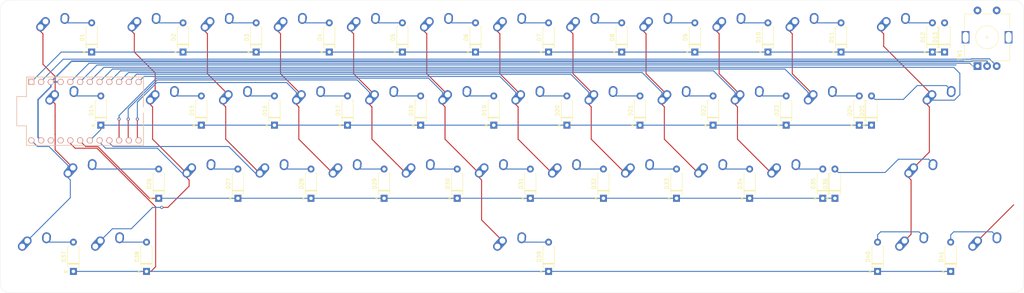
<source format=kicad_pcb>
(kicad_pcb (version 20171130) (host pcbnew "(5.1.4)-1")
  (layers (0 F.Cu signal) (31 B.Cu signal) (34 B.Paste user) (35 F.Paste user) (36 B.SilkS user) (37 F.SilkS user) (38 B.Mask user) (39 F.Mask user) (44 Edge.Cuts user))
  (net 0 "")
  (net 1 "Net-(D1-Pad2)")
  (net 2 ROW0)
  (net 3 "Net-(D2-Pad2)")
  (net 4 "Net-(D3-Pad2)")
  (net 5 "Net-(D4-Pad2)")
  (net 6 "Net-(D5-Pad2)")
  (net 7 "Net-(D6-Pad2)")
  (net 8 "Net-(D7-Pad2)")
  (net 9 "Net-(D8-Pad2)")
  (net 10 "Net-(D9-Pad2)")
  (net 11 "Net-(D10-Pad2)")
  (net 12 "Net-(D11-Pad2)")
  (net 13 "Net-(D12-Pad2)")
  (net 14 "Net-(D13-Pad2)")
  (net 15 "Net-(D14-Pad2)")
  (net 16 ROW1)
  (net 17 "Net-(D15-Pad2)")
  (net 18 "Net-(D16-Pad2)")
  (net 19 "Net-(D17-Pad2)")
  (net 20 "Net-(D18-Pad2)")
  (net 21 "Net-(D19-Pad2)")
  (net 22 "Net-(D20-Pad2)")
  (net 23 "Net-(D21-Pad2)")
  (net 24 "Net-(D22-Pad2)")
  (net 25 "Net-(D23-Pad2)")
  (net 26 "Net-(D24-Pad2)")
  (net 27 "Net-(D25-Pad2)")
  (net 28 "Net-(D26-Pad2)")
  (net 29 ROW2)
  (net 30 "Net-(D27-Pad2)")
  (net 31 "Net-(D28-Pad2)")
  (net 32 "Net-(D29-Pad2)")
  (net 33 "Net-(D30-Pad2)")
  (net 34 "Net-(D31-Pad2)")
  (net 35 "Net-(D32-Pad2)")
  (net 36 "Net-(D33-Pad2)")
  (net 37 "Net-(D34-Pad2)")
  (net 38 "Net-(D35-Pad2)")
  (net 39 "Net-(D36-Pad2)")
  (net 40 "Net-(D37-Pad2)")
  (net 41 ROW3)
  (net 42 "Net-(D38-Pad2)")
  (net 43 "Net-(D39-Pad2)")
  (net 44 "Net-(D40-Pad2)")
  (net 45 "Net-(D41-Pad2)")
  (net 46 COL1)
  (net 47 COL2)
  (net 48 COL3)
  (net 49 COL4)
  (net 50 COL5)
  (net 51 COL6)
  (net 52 COL7)
  (net 53 COL8)
  (net 54 COL9)
  (net 55 COL10)
  (net 56 COL11)
  (net 57 COL12)
  (net 58 COL0)
  (net 59 GND)
  (module MX_Alps_Hybrid:MX-10U-ReversedStabilizers-NoLED (layer F.Cu) (at 148.43125 134.14375)
    (fp_text reference MX38)
    (fp_text value MX-NoLED)
    (pad "" np_thru_hole circle (at 66.675 -8.255) (size 3.9878 3.9878) (drill 3.9878) (layers *.Cu *.Mask))
    (pad "" np_thru_hole circle (at -66.675 -8.255) (size 3.9878 3.9878) (drill 3.9878) (layers *.Cu *.Mask))
    (pad "" np_thru_hole circle (at 66.675 6.985) (size 3.048 3.048) (drill 3.048) (layers *.Cu *.Mask))
    (pad "" np_thru_hole circle (at -66.675 6.985) (size 3.048 3.048) (drill 3.048) (layers *.Cu *.Mask))
    (pad "" np_thru_hole circle (at 5.08 0 48.0996) (size 1.75 1.75) (drill 1.75) (layers *.Cu *.Mask))
    (pad "" np_thru_hole circle (at -5.08 0 48.0996) (size 1.75 1.75) (drill 1.75) (layers *.Cu *.Mask))
    (pad 1 thru_hole circle (at -2.5 -4) (size 2.25 2.25) (drill 1.47) (layers *.Cu B.Mask) (net 50 COL5))
    (pad "" np_thru_hole circle (at 0 0) (size 3.9878 3.9878) (drill 3.9878) (layers *.Cu *.Mask))
    (pad 1 thru_hole oval (at -3.81 -2.54 48.0996) (size 4.211556 2.25) (drill 1.47 (offset 0.980778 0)) (layers *.Cu B.Mask) (net 50 COL5))
    (pad 2 thru_hole circle (at 2.54 -5.08) (size 2.25 2.25) (drill 1.47) (layers *.Cu B.Mask) (net 43 "Net-(D39-Pad2)"))
    (pad 2 thru_hole oval (at 2.5 -4.5 86.0548) (size 2.831378 2.25) (drill 1.47 (offset 0.290689 0)) (layers *.Cu B.Mask) (net 43 "Net-(D39-Pad2)"))
  )
  (module Rotary_Encoder:RotaryEncoder_Alps_EC11E-Switch_Vertical_H20mm (layer F.Cu) (at 272.25625 76.99375 90)
    (fp_text reference SW1 (at -4.82 -7.24 90) (layer F.SilkS))
    (fp_text value Rotary_Encoder_Switch)
    (pad A thru_hole rect (at -7.62 -2.54 90) (size 2 2) (drill 1) (layers *.Cu *.Mask))
    (pad C thru_hole circle (at -7.62 -0.04 90) (size 2 2) (drill 1) (layers *.Cu *.Mask) (net 59 GND))
    (pad B thru_hole circle (at -7.62 2.46 90) (size 2 2) (drill 1) (layers *.Cu *.Mask))
    (pad MP thru_hole rect (at -0.12 -5.64 90) (size 3.2 2) (drill oval 2.8 1.5) (layers *.Cu *.Mask))
    (pad MP thru_hole rect (at -0.12 5.56 90) (size 3.2 2) (drill oval 2.8 1.5) (layers *.Cu *.Mask))
    (pad S2 thru_hole circle (at 6.88 -2.54 90) (size 2 2) (drill 1) (layers *.Cu *.Mask) (net 14 "Net-(D13-Pad2)"))
    (pad S1 thru_hole circle (at 6.88 2.46 90) (size 2 2) (drill 1) (layers *.Cu *.Mask) (net 57 COL12))
  )
  (module MX_Alps_Hybrid:MX-1U-NoLED (layer F.Cu) (at 272.25625 134.14375)
    (fp_text reference MX40)
    (fp_text value MX-NoLED)
    (pad "" np_thru_hole circle (at 5.08 0 48.0996) (size 1.75 1.75) (drill 1.75) (layers *.Cu *.Mask))
    (pad "" np_thru_hole circle (at -5.08 0 48.0996) (size 1.75 1.75) (drill 1.75) (layers *.Cu *.Mask))
    (pad 1 thru_hole circle (at -2.5 -4) (size 2.25 2.25) (drill 1.47) (layers *.Cu B.Mask) (net 57 COL12))
    (pad "" np_thru_hole circle (at 0 0) (size 3.9878 3.9878) (drill 3.9878) (layers *.Cu *.Mask))
    (pad 1 thru_hole oval (at -3.81 -2.54 48.0996) (size 4.211556 2.25) (drill 1.47 (offset 0.980778 0)) (layers *.Cu B.Mask) (net 57 COL12))
    (pad 2 thru_hole circle (at 2.54 -5.08) (size 2.25 2.25) (drill 1.47) (layers *.Cu B.Mask) (net 45 "Net-(D41-Pad2)"))
    (pad 2 thru_hole oval (at 2.5 -4.5 86.0548) (size 2.831378 2.25) (drill 1.47 (offset 0.290689 0)) (layers *.Cu B.Mask) (net 45 "Net-(D41-Pad2)"))
  )
  (module MX_Alps_Hybrid:MX-1U-NoLED (layer F.Cu) (at 253.20625 134.14375)
    (fp_text reference MX39)
    (fp_text value MX-NoLED)
    (pad "" np_thru_hole circle (at 5.08 0 48.0996) (size 1.75 1.75) (drill 1.75) (layers *.Cu *.Mask))
    (pad "" np_thru_hole circle (at -5.08 0 48.0996) (size 1.75 1.75) (drill 1.75) (layers *.Cu *.Mask))
    (pad 1 thru_hole circle (at -2.5 -4) (size 2.25 2.25) (drill 1.47) (layers *.Cu B.Mask) (net 56 COL11))
    (pad "" np_thru_hole circle (at 0 0) (size 3.9878 3.9878) (drill 3.9878) (layers *.Cu *.Mask))
    (pad 1 thru_hole oval (at -3.81 -2.54 48.0996) (size 4.211556 2.25) (drill 1.47 (offset 0.980778 0)) (layers *.Cu B.Mask) (net 56 COL11))
    (pad 2 thru_hole circle (at 2.54 -5.08) (size 2.25 2.25) (drill 1.47) (layers *.Cu B.Mask) (net 44 "Net-(D40-Pad2)"))
    (pad 2 thru_hole oval (at 2.5 -4.5 86.0548) (size 2.831378 2.25) (drill 1.47 (offset 0.290689 0)) (layers *.Cu B.Mask) (net 44 "Net-(D40-Pad2)"))
  )
  (module MX_Alps_Hybrid:MX-1U-NoLED (layer F.Cu) (at 43.65625 134.14375)
    (fp_text reference MX37)
    (fp_text value MX-NoLED)
    (pad "" np_thru_hole circle (at 5.08 0 48.0996) (size 1.75 1.75) (drill 1.75) (layers *.Cu *.Mask))
    (pad "" np_thru_hole circle (at -5.08 0 48.0996) (size 1.75 1.75) (drill 1.75) (layers *.Cu *.Mask))
    (pad 1 thru_hole circle (at -2.5 -4) (size 2.25 2.25) (drill 1.47) (layers *.Cu B.Mask) (net 46 COL1))
    (pad "" np_thru_hole circle (at 0 0) (size 3.9878 3.9878) (drill 3.9878) (layers *.Cu *.Mask))
    (pad 1 thru_hole oval (at -3.81 -2.54 48.0996) (size 4.211556 2.25) (drill 1.47 (offset 0.980778 0)) (layers *.Cu B.Mask) (net 46 COL1))
    (pad 2 thru_hole circle (at 2.54 -5.08) (size 2.25 2.25) (drill 1.47) (layers *.Cu B.Mask) (net 42 "Net-(D38-Pad2)"))
    (pad 2 thru_hole oval (at 2.5 -4.5 86.0548) (size 2.831378 2.25) (drill 1.47 (offset 0.290689 0)) (layers *.Cu B.Mask) (net 42 "Net-(D38-Pad2)"))
  )
  (module MX_Alps_Hybrid:MX-1U-NoLED (layer F.Cu) (at 24.60625 134.14375)
    (fp_text reference MX36)
    (fp_text value MX-NoLED)
    (pad "" np_thru_hole circle (at 5.08 0 48.0996) (size 1.75 1.75) (drill 1.75) (layers *.Cu *.Mask))
    (pad "" np_thru_hole circle (at -5.08 0 48.0996) (size 1.75 1.75) (drill 1.75) (layers *.Cu *.Mask))
    (pad 1 thru_hole circle (at -2.5 -4) (size 2.25 2.25) (drill 1.47) (layers *.Cu B.Mask) (net 58 COL0))
    (pad "" np_thru_hole circle (at 0 0) (size 3.9878 3.9878) (drill 3.9878) (layers *.Cu *.Mask))
    (pad 1 thru_hole oval (at -3.81 -2.54 48.0996) (size 4.211556 2.25) (drill 1.47 (offset 0.980778 0)) (layers *.Cu B.Mask) (net 58 COL0))
    (pad 2 thru_hole circle (at 2.54 -5.08) (size 2.25 2.25) (drill 1.47) (layers *.Cu B.Mask) (net 40 "Net-(D37-Pad2)"))
    (pad 2 thru_hole oval (at 2.5 -4.5 86.0548) (size 2.831378 2.25) (drill 1.47 (offset 0.290689 0)) (layers *.Cu B.Mask) (net 40 "Net-(D37-Pad2)"))
  )
  (module MX_Alps_Hybrid:MX-2.75U-NoLED (layer F.Cu) (at 255.5875 115.09375)
    (fp_text reference MX35)
    (fp_text value MX-NoLED)
    (pad "" np_thru_hole circle (at 11.938 8.255) (size 3.9878 3.9878) (drill 3.9878) (layers *.Cu *.Mask))
    (pad "" np_thru_hole circle (at -11.938 8.255) (size 3.9878 3.9878) (drill 3.9878) (layers *.Cu *.Mask))
    (pad "" np_thru_hole circle (at 11.938 -6.985) (size 3.048 3.048) (drill 3.048) (layers *.Cu *.Mask))
    (pad "" np_thru_hole circle (at -11.938 -6.985) (size 3.048 3.048) (drill 3.048) (layers *.Cu *.Mask))
    (pad "" np_thru_hole circle (at 5.08 0 48.0996) (size 1.75 1.75) (drill 1.75) (layers *.Cu *.Mask))
    (pad "" np_thru_hole circle (at -5.08 0 48.0996) (size 1.75 1.75) (drill 1.75) (layers *.Cu *.Mask))
    (pad 1 thru_hole circle (at -2.5 -4) (size 2.25 2.25) (drill 1.47) (layers *.Cu B.Mask) (net 56 COL11))
    (pad "" np_thru_hole circle (at 0 0) (size 3.9878 3.9878) (drill 3.9878) (layers *.Cu *.Mask))
    (pad 1 thru_hole oval (at -3.81 -2.54 48.0996) (size 4.211556 2.25) (drill 1.47 (offset 0.980778 0)) (layers *.Cu B.Mask) (net 56 COL11))
    (pad 2 thru_hole circle (at 2.54 -5.08) (size 2.25 2.25) (drill 1.47) (layers *.Cu B.Mask) (net 39 "Net-(D36-Pad2)"))
    (pad 2 thru_hole oval (at 2.5 -4.5 86.0548) (size 2.831378 2.25) (drill 1.47 (offset 0.290689 0)) (layers *.Cu B.Mask) (net 39 "Net-(D36-Pad2)"))
  )
  (module MX_Alps_Hybrid:MX-1U-NoLED (layer F.Cu) (at 219.86875 115.09375)
    (fp_text reference MX34)
    (fp_text value MX-NoLED)
    (pad "" np_thru_hole circle (at 5.08 0 48.0996) (size 1.75 1.75) (drill 1.75) (layers *.Cu *.Mask))
    (pad "" np_thru_hole circle (at -5.08 0 48.0996) (size 1.75 1.75) (drill 1.75) (layers *.Cu *.Mask))
    (pad 1 thru_hole circle (at -2.5 -4) (size 2.25 2.25) (drill 1.47) (layers *.Cu B.Mask) (net 54 COL9))
    (pad "" np_thru_hole circle (at 0 0) (size 3.9878 3.9878) (drill 3.9878) (layers *.Cu *.Mask))
    (pad 1 thru_hole oval (at -3.81 -2.54 48.0996) (size 4.211556 2.25) (drill 1.47 (offset 0.980778 0)) (layers *.Cu B.Mask) (net 54 COL9))
    (pad 2 thru_hole circle (at 2.54 -5.08) (size 2.25 2.25) (drill 1.47) (layers *.Cu B.Mask) (net 38 "Net-(D35-Pad2)"))
    (pad 2 thru_hole oval (at 2.5 -4.5 86.0548) (size 2.831378 2.25) (drill 1.47 (offset 0.290689 0)) (layers *.Cu B.Mask) (net 38 "Net-(D35-Pad2)"))
  )
  (module MX_Alps_Hybrid:MX-1U-NoLED (layer F.Cu) (at 200.81875 115.09375)
    (fp_text reference MX33)
    (fp_text value MX-NoLED)
    (pad "" np_thru_hole circle (at 5.08 0 48.0996) (size 1.75 1.75) (drill 1.75) (layers *.Cu *.Mask))
    (pad "" np_thru_hole circle (at -5.08 0 48.0996) (size 1.75 1.75) (drill 1.75) (layers *.Cu *.Mask))
    (pad 1 thru_hole circle (at -2.5 -4) (size 2.25 2.25) (drill 1.47) (layers *.Cu B.Mask) (net 53 COL8))
    (pad "" np_thru_hole circle (at 0 0) (size 3.9878 3.9878) (drill 3.9878) (layers *.Cu *.Mask))
    (pad 1 thru_hole oval (at -3.81 -2.54 48.0996) (size 4.211556 2.25) (drill 1.47 (offset 0.980778 0)) (layers *.Cu B.Mask) (net 53 COL8))
    (pad 2 thru_hole circle (at 2.54 -5.08) (size 2.25 2.25) (drill 1.47) (layers *.Cu B.Mask) (net 37 "Net-(D34-Pad2)"))
    (pad 2 thru_hole oval (at 2.5 -4.5 86.0548) (size 2.831378 2.25) (drill 1.47 (offset 0.290689 0)) (layers *.Cu B.Mask) (net 37 "Net-(D34-Pad2)"))
  )
  (module MX_Alps_Hybrid:MX-1U-NoLED (layer F.Cu) (at 181.76875 115.09375)
    (fp_text reference MX32)
    (fp_text value MX-NoLED)
    (pad "" np_thru_hole circle (at 5.08 0 48.0996) (size 1.75 1.75) (drill 1.75) (layers *.Cu *.Mask))
    (pad "" np_thru_hole circle (at -5.08 0 48.0996) (size 1.75 1.75) (drill 1.75) (layers *.Cu *.Mask))
    (pad 1 thru_hole circle (at -2.5 -4) (size 2.25 2.25) (drill 1.47) (layers *.Cu B.Mask) (net 52 COL7))
    (pad "" np_thru_hole circle (at 0 0) (size 3.9878 3.9878) (drill 3.9878) (layers *.Cu *.Mask))
    (pad 1 thru_hole oval (at -3.81 -2.54 48.0996) (size 4.211556 2.25) (drill 1.47 (offset 0.980778 0)) (layers *.Cu B.Mask) (net 52 COL7))
    (pad 2 thru_hole circle (at 2.54 -5.08) (size 2.25 2.25) (drill 1.47) (layers *.Cu B.Mask) (net 36 "Net-(D33-Pad2)"))
    (pad 2 thru_hole oval (at 2.5 -4.5 86.0548) (size 2.831378 2.25) (drill 1.47 (offset 0.290689 0)) (layers *.Cu B.Mask) (net 36 "Net-(D33-Pad2)"))
  )
  (module MX_Alps_Hybrid:MX-1U-NoLED (layer F.Cu) (at 162.71875 115.09375)
    (fp_text reference MX31)
    (fp_text value MX-NoLED)
    (pad "" np_thru_hole circle (at 5.08 0 48.0996) (size 1.75 1.75) (drill 1.75) (layers *.Cu *.Mask))
    (pad "" np_thru_hole circle (at -5.08 0 48.0996) (size 1.75 1.75) (drill 1.75) (layers *.Cu *.Mask))
    (pad 1 thru_hole circle (at -2.5 -4) (size 2.25 2.25) (drill 1.47) (layers *.Cu B.Mask) (net 51 COL6))
    (pad "" np_thru_hole circle (at 0 0) (size 3.9878 3.9878) (drill 3.9878) (layers *.Cu *.Mask))
    (pad 1 thru_hole oval (at -3.81 -2.54 48.0996) (size 4.211556 2.25) (drill 1.47 (offset 0.980778 0)) (layers *.Cu B.Mask) (net 51 COL6))
    (pad 2 thru_hole circle (at 2.54 -5.08) (size 2.25 2.25) (drill 1.47) (layers *.Cu B.Mask) (net 35 "Net-(D32-Pad2)"))
    (pad 2 thru_hole oval (at 2.5 -4.5 86.0548) (size 2.831378 2.25) (drill 1.47 (offset 0.290689 0)) (layers *.Cu B.Mask) (net 35 "Net-(D32-Pad2)"))
  )
  (module MX_Alps_Hybrid:MX-1U-NoLED (layer F.Cu) (at 143.66875 115.09375)
    (fp_text reference MX30)
    (fp_text value MX-NoLED)
    (pad "" np_thru_hole circle (at 5.08 0 48.0996) (size 1.75 1.75) (drill 1.75) (layers *.Cu *.Mask))
    (pad "" np_thru_hole circle (at -5.08 0 48.0996) (size 1.75 1.75) (drill 1.75) (layers *.Cu *.Mask))
    (pad 1 thru_hole circle (at -2.5 -4) (size 2.25 2.25) (drill 1.47) (layers *.Cu B.Mask) (net 50 COL5))
    (pad "" np_thru_hole circle (at 0 0) (size 3.9878 3.9878) (drill 3.9878) (layers *.Cu *.Mask))
    (pad 1 thru_hole oval (at -3.81 -2.54 48.0996) (size 4.211556 2.25) (drill 1.47 (offset 0.980778 0)) (layers *.Cu B.Mask) (net 50 COL5))
    (pad 2 thru_hole circle (at 2.54 -5.08) (size 2.25 2.25) (drill 1.47) (layers *.Cu B.Mask) (net 34 "Net-(D31-Pad2)"))
    (pad 2 thru_hole oval (at 2.5 -4.5 86.0548) (size 2.831378 2.25) (drill 1.47 (offset 0.290689 0)) (layers *.Cu B.Mask) (net 34 "Net-(D31-Pad2)"))
  )
  (module MX_Alps_Hybrid:MX-1U-NoLED (layer F.Cu) (at 124.61875 115.09375)
    (fp_text reference MX29)
    (fp_text value MX-NoLED)
    (pad "" np_thru_hole circle (at 5.08 0 48.0996) (size 1.75 1.75) (drill 1.75) (layers *.Cu *.Mask))
    (pad "" np_thru_hole circle (at -5.08 0 48.0996) (size 1.75 1.75) (drill 1.75) (layers *.Cu *.Mask))
    (pad 1 thru_hole circle (at -2.5 -4) (size 2.25 2.25) (drill 1.47) (layers *.Cu B.Mask) (net 49 COL4))
    (pad "" np_thru_hole circle (at 0 0) (size 3.9878 3.9878) (drill 3.9878) (layers *.Cu *.Mask))
    (pad 1 thru_hole oval (at -3.81 -2.54 48.0996) (size 4.211556 2.25) (drill 1.47 (offset 0.980778 0)) (layers *.Cu B.Mask) (net 49 COL4))
    (pad 2 thru_hole circle (at 2.54 -5.08) (size 2.25 2.25) (drill 1.47) (layers *.Cu B.Mask) (net 33 "Net-(D30-Pad2)"))
    (pad 2 thru_hole oval (at 2.5 -4.5 86.0548) (size 2.831378 2.25) (drill 1.47 (offset 0.290689 0)) (layers *.Cu B.Mask) (net 33 "Net-(D30-Pad2)"))
  )
  (module MX_Alps_Hybrid:MX-1U-NoLED (layer F.Cu) (at 105.56875 115.09375)
    (fp_text reference MX28)
    (fp_text value MX-NoLED)
    (pad "" np_thru_hole circle (at 5.08 0 48.0996) (size 1.75 1.75) (drill 1.75) (layers *.Cu *.Mask))
    (pad "" np_thru_hole circle (at -5.08 0 48.0996) (size 1.75 1.75) (drill 1.75) (layers *.Cu *.Mask))
    (pad 1 thru_hole circle (at -2.5 -4) (size 2.25 2.25) (drill 1.47) (layers *.Cu B.Mask) (net 48 COL3))
    (pad "" np_thru_hole circle (at 0 0) (size 3.9878 3.9878) (drill 3.9878) (layers *.Cu *.Mask))
    (pad 1 thru_hole oval (at -3.81 -2.54 48.0996) (size 4.211556 2.25) (drill 1.47 (offset 0.980778 0)) (layers *.Cu B.Mask) (net 48 COL3))
    (pad 2 thru_hole circle (at 2.54 -5.08) (size 2.25 2.25) (drill 1.47) (layers *.Cu B.Mask) (net 32 "Net-(D29-Pad2)"))
    (pad 2 thru_hole oval (at 2.5 -4.5 86.0548) (size 2.831378 2.25) (drill 1.47 (offset 0.290689 0)) (layers *.Cu B.Mask) (net 32 "Net-(D29-Pad2)"))
  )
  (module MX_Alps_Hybrid:MX-1U-NoLED (layer F.Cu) (at 86.51875 115.09375)
    (fp_text reference MX27)
    (fp_text value MX-NoLED)
    (pad "" np_thru_hole circle (at 5.08 0 48.0996) (size 1.75 1.75) (drill 1.75) (layers *.Cu *.Mask))
    (pad "" np_thru_hole circle (at -5.08 0 48.0996) (size 1.75 1.75) (drill 1.75) (layers *.Cu *.Mask))
    (pad 1 thru_hole circle (at -2.5 -4) (size 2.25 2.25) (drill 1.47) (layers *.Cu B.Mask) (net 47 COL2))
    (pad "" np_thru_hole circle (at 0 0) (size 3.9878 3.9878) (drill 3.9878) (layers *.Cu *.Mask))
    (pad 1 thru_hole oval (at -3.81 -2.54 48.0996) (size 4.211556 2.25) (drill 1.47 (offset 0.980778 0)) (layers *.Cu B.Mask) (net 47 COL2))
    (pad 2 thru_hole circle (at 2.54 -5.08) (size 2.25 2.25) (drill 1.47) (layers *.Cu B.Mask) (net 31 "Net-(D28-Pad2)"))
    (pad 2 thru_hole oval (at 2.5 -4.5 86.0548) (size 2.831378 2.25) (drill 1.47 (offset 0.290689 0)) (layers *.Cu B.Mask) (net 31 "Net-(D28-Pad2)"))
  )
  (module MX_Alps_Hybrid:MX-1U-NoLED (layer F.Cu) (at 67.46875 115.09375)
    (fp_text reference MX26)
    (fp_text value MX-NoLED)
    (pad "" np_thru_hole circle (at 5.08 0 48.0996) (size 1.75 1.75) (drill 1.75) (layers *.Cu *.Mask))
    (pad "" np_thru_hole circle (at -5.08 0 48.0996) (size 1.75 1.75) (drill 1.75) (layers *.Cu *.Mask))
    (pad 1 thru_hole circle (at -2.5 -4) (size 2.25 2.25) (drill 1.47) (layers *.Cu B.Mask) (net 46 COL1))
    (pad "" np_thru_hole circle (at 0 0) (size 3.9878 3.9878) (drill 3.9878) (layers *.Cu *.Mask))
    (pad 1 thru_hole oval (at -3.81 -2.54 48.0996) (size 4.211556 2.25) (drill 1.47 (offset 0.980778 0)) (layers *.Cu B.Mask) (net 46 COL1))
    (pad 2 thru_hole circle (at 2.54 -5.08) (size 2.25 2.25) (drill 1.47) (layers *.Cu B.Mask) (net 30 "Net-(D27-Pad2)"))
    (pad 2 thru_hole oval (at 2.5 -4.5 86.0548) (size 2.831378 2.25) (drill 1.47 (offset 0.290689 0)) (layers *.Cu B.Mask) (net 30 "Net-(D27-Pad2)"))
  )
  (module MX_Alps_Hybrid:MX-2.25U-NoLED (layer F.Cu) (at 36.5125 115.09375)
    (fp_text reference MX25)
    (fp_text value MX-NoLED)
    (pad "" np_thru_hole circle (at 11.938 8.255) (size 3.9878 3.9878) (drill 3.9878) (layers *.Cu *.Mask))
    (pad "" np_thru_hole circle (at -11.938 8.255) (size 3.9878 3.9878) (drill 3.9878) (layers *.Cu *.Mask))
    (pad "" np_thru_hole circle (at 11.938 -6.985) (size 3.048 3.048) (drill 3.048) (layers *.Cu *.Mask))
    (pad "" np_thru_hole circle (at -11.938 -6.985) (size 3.048 3.048) (drill 3.048) (layers *.Cu *.Mask))
    (pad "" np_thru_hole circle (at 5.08 0 48.0996) (size 1.75 1.75) (drill 1.75) (layers *.Cu *.Mask))
    (pad "" np_thru_hole circle (at -5.08 0 48.0996) (size 1.75 1.75) (drill 1.75) (layers *.Cu *.Mask))
    (pad 1 thru_hole circle (at -2.5 -4) (size 2.25 2.25) (drill 1.47) (layers *.Cu B.Mask) (net 58 COL0))
    (pad "" np_thru_hole circle (at 0 0) (size 3.9878 3.9878) (drill 3.9878) (layers *.Cu *.Mask))
    (pad 1 thru_hole oval (at -3.81 -2.54 48.0996) (size 4.211556 2.25) (drill 1.47 (offset 0.980778 0)) (layers *.Cu B.Mask) (net 58 COL0))
    (pad 2 thru_hole circle (at 2.54 -5.08) (size 2.25 2.25) (drill 1.47) (layers *.Cu B.Mask) (net 28 "Net-(D26-Pad2)"))
    (pad 2 thru_hole oval (at 2.5 -4.5 86.0548) (size 2.831378 2.25) (drill 1.47 (offset 0.290689 0)) (layers *.Cu B.Mask) (net 28 "Net-(D26-Pad2)"))
  )
  (module MX_Alps_Hybrid:MX-2.25U-NoLED (layer F.Cu) (at 260.35 96.04375)
    (fp_text reference MX24)
    (fp_text value MX-NoLED)
    (pad "" np_thru_hole circle (at 11.938 8.255) (size 3.9878 3.9878) (drill 3.9878) (layers *.Cu *.Mask))
    (pad "" np_thru_hole circle (at -11.938 8.255) (size 3.9878 3.9878) (drill 3.9878) (layers *.Cu *.Mask))
    (pad "" np_thru_hole circle (at 11.938 -6.985) (size 3.048 3.048) (drill 3.048) (layers *.Cu *.Mask))
    (pad "" np_thru_hole circle (at -11.938 -6.985) (size 3.048 3.048) (drill 3.048) (layers *.Cu *.Mask))
    (pad "" np_thru_hole circle (at 5.08 0 48.0996) (size 1.75 1.75) (drill 1.75) (layers *.Cu *.Mask))
    (pad "" np_thru_hole circle (at -5.08 0 48.0996) (size 1.75 1.75) (drill 1.75) (layers *.Cu *.Mask))
    (pad 1 thru_hole circle (at -2.5 -4) (size 2.25 2.25) (drill 1.47) (layers *.Cu B.Mask) (net 56 COL11))
    (pad "" np_thru_hole circle (at 0 0) (size 3.9878 3.9878) (drill 3.9878) (layers *.Cu *.Mask))
    (pad 1 thru_hole oval (at -3.81 -2.54 48.0996) (size 4.211556 2.25) (drill 1.47 (offset 0.980778 0)) (layers *.Cu B.Mask) (net 56 COL11))
    (pad 2 thru_hole circle (at 2.54 -5.08) (size 2.25 2.25) (drill 1.47) (layers *.Cu B.Mask) (net 27 "Net-(D25-Pad2)"))
    (pad 2 thru_hole oval (at 2.5 -4.5 86.0548) (size 2.831378 2.25) (drill 1.47 (offset 0.290689 0)) (layers *.Cu B.Mask) (net 27 "Net-(D25-Pad2)"))
  )
  (module MX_Alps_Hybrid:MX-1U-NoLED (layer F.Cu) (at 229.39375 96.04375)
    (fp_text reference MX23)
    (fp_text value MX-NoLED)
    (pad "" np_thru_hole circle (at 5.08 0 48.0996) (size 1.75 1.75) (drill 1.75) (layers *.Cu *.Mask))
    (pad "" np_thru_hole circle (at -5.08 0 48.0996) (size 1.75 1.75) (drill 1.75) (layers *.Cu *.Mask))
    (pad 1 thru_hole circle (at -2.5 -4) (size 2.25 2.25) (drill 1.47) (layers *.Cu B.Mask) (net 55 COL10))
    (pad "" np_thru_hole circle (at 0 0) (size 3.9878 3.9878) (drill 3.9878) (layers *.Cu *.Mask))
    (pad 1 thru_hole oval (at -3.81 -2.54 48.0996) (size 4.211556 2.25) (drill 1.47 (offset 0.980778 0)) (layers *.Cu B.Mask) (net 55 COL10))
    (pad 2 thru_hole circle (at 2.54 -5.08) (size 2.25 2.25) (drill 1.47) (layers *.Cu B.Mask) (net 26 "Net-(D24-Pad2)"))
    (pad 2 thru_hole oval (at 2.5 -4.5 86.0548) (size 2.831378 2.25) (drill 1.47 (offset 0.290689 0)) (layers *.Cu B.Mask) (net 26 "Net-(D24-Pad2)"))
  )
  (module MX_Alps_Hybrid:MX-1U-NoLED (layer F.Cu) (at 210.34375 96.04375)
    (fp_text reference MX22)
    (fp_text value MX-NoLED)
    (pad "" np_thru_hole circle (at 5.08 0 48.0996) (size 1.75 1.75) (drill 1.75) (layers *.Cu *.Mask))
    (pad "" np_thru_hole circle (at -5.08 0 48.0996) (size 1.75 1.75) (drill 1.75) (layers *.Cu *.Mask))
    (pad 1 thru_hole circle (at -2.5 -4) (size 2.25 2.25) (drill 1.47) (layers *.Cu B.Mask) (net 54 COL9))
    (pad "" np_thru_hole circle (at 0 0) (size 3.9878 3.9878) (drill 3.9878) (layers *.Cu *.Mask))
    (pad 1 thru_hole oval (at -3.81 -2.54 48.0996) (size 4.211556 2.25) (drill 1.47 (offset 0.980778 0)) (layers *.Cu B.Mask) (net 54 COL9))
    (pad 2 thru_hole circle (at 2.54 -5.08) (size 2.25 2.25) (drill 1.47) (layers *.Cu B.Mask) (net 25 "Net-(D23-Pad2)"))
    (pad 2 thru_hole oval (at 2.5 -4.5 86.0548) (size 2.831378 2.25) (drill 1.47 (offset 0.290689 0)) (layers *.Cu B.Mask) (net 25 "Net-(D23-Pad2)"))
  )
  (module MX_Alps_Hybrid:MX-1U-NoLED (layer F.Cu) (at 191.29375 96.04375)
    (fp_text reference MX21)
    (fp_text value MX-NoLED)
    (pad "" np_thru_hole circle (at 5.08 0 48.0996) (size 1.75 1.75) (drill 1.75) (layers *.Cu *.Mask))
    (pad "" np_thru_hole circle (at -5.08 0 48.0996) (size 1.75 1.75) (drill 1.75) (layers *.Cu *.Mask))
    (pad 1 thru_hole circle (at -2.5 -4) (size 2.25 2.25) (drill 1.47) (layers *.Cu B.Mask) (net 53 COL8))
    (pad "" np_thru_hole circle (at 0 0) (size 3.9878 3.9878) (drill 3.9878) (layers *.Cu *.Mask))
    (pad 1 thru_hole oval (at -3.81 -2.54 48.0996) (size 4.211556 2.25) (drill 1.47 (offset 0.980778 0)) (layers *.Cu B.Mask) (net 53 COL8))
    (pad 2 thru_hole circle (at 2.54 -5.08) (size 2.25 2.25) (drill 1.47) (layers *.Cu B.Mask) (net 24 "Net-(D22-Pad2)"))
    (pad 2 thru_hole oval (at 2.5 -4.5 86.0548) (size 2.831378 2.25) (drill 1.47 (offset 0.290689 0)) (layers *.Cu B.Mask) (net 24 "Net-(D22-Pad2)"))
  )
  (module MX_Alps_Hybrid:MX-1U-NoLED (layer F.Cu) (at 172.24375 96.04375)
    (fp_text reference MX20)
    (fp_text value MX-NoLED)
    (pad "" np_thru_hole circle (at 5.08 0 48.0996) (size 1.75 1.75) (drill 1.75) (layers *.Cu *.Mask))
    (pad "" np_thru_hole circle (at -5.08 0 48.0996) (size 1.75 1.75) (drill 1.75) (layers *.Cu *.Mask))
    (pad 1 thru_hole circle (at -2.5 -4) (size 2.25 2.25) (drill 1.47) (layers *.Cu B.Mask) (net 52 COL7))
    (pad "" np_thru_hole circle (at 0 0) (size 3.9878 3.9878) (drill 3.9878) (layers *.Cu *.Mask))
    (pad 1 thru_hole oval (at -3.81 -2.54 48.0996) (size 4.211556 2.25) (drill 1.47 (offset 0.980778 0)) (layers *.Cu B.Mask) (net 52 COL7))
    (pad 2 thru_hole circle (at 2.54 -5.08) (size 2.25 2.25) (drill 1.47) (layers *.Cu B.Mask) (net 23 "Net-(D21-Pad2)"))
    (pad 2 thru_hole oval (at 2.5 -4.5 86.0548) (size 2.831378 2.25) (drill 1.47 (offset 0.290689 0)) (layers *.Cu B.Mask) (net 23 "Net-(D21-Pad2)"))
  )
  (module MX_Alps_Hybrid:MX-1U-NoLED (layer F.Cu) (at 153.19375 96.04375)
    (fp_text reference MX19)
    (fp_text value MX-NoLED)
    (pad "" np_thru_hole circle (at 5.08 0 48.0996) (size 1.75 1.75) (drill 1.75) (layers *.Cu *.Mask))
    (pad "" np_thru_hole circle (at -5.08 0 48.0996) (size 1.75 1.75) (drill 1.75) (layers *.Cu *.Mask))
    (pad 1 thru_hole circle (at -2.5 -4) (size 2.25 2.25) (drill 1.47) (layers *.Cu B.Mask) (net 51 COL6))
    (pad "" np_thru_hole circle (at 0 0) (size 3.9878 3.9878) (drill 3.9878) (layers *.Cu *.Mask))
    (pad 1 thru_hole oval (at -3.81 -2.54 48.0996) (size 4.211556 2.25) (drill 1.47 (offset 0.980778 0)) (layers *.Cu B.Mask) (net 51 COL6))
    (pad 2 thru_hole circle (at 2.54 -5.08) (size 2.25 2.25) (drill 1.47) (layers *.Cu B.Mask) (net 22 "Net-(D20-Pad2)"))
    (pad 2 thru_hole oval (at 2.5 -4.5 86.0548) (size 2.831378 2.25) (drill 1.47 (offset 0.290689 0)) (layers *.Cu B.Mask) (net 22 "Net-(D20-Pad2)"))
  )
  (module MX_Alps_Hybrid:MX-1U-NoLED (layer F.Cu) (at 134.14375 96.04375)
    (fp_text reference MX18)
    (fp_text value MX-NoLED)
    (pad "" np_thru_hole circle (at 5.08 0 48.0996) (size 1.75 1.75) (drill 1.75) (layers *.Cu *.Mask))
    (pad "" np_thru_hole circle (at -5.08 0 48.0996) (size 1.75 1.75) (drill 1.75) (layers *.Cu *.Mask))
    (pad 1 thru_hole circle (at -2.5 -4) (size 2.25 2.25) (drill 1.47) (layers *.Cu B.Mask) (net 50 COL5))
    (pad "" np_thru_hole circle (at 0 0) (size 3.9878 3.9878) (drill 3.9878) (layers *.Cu *.Mask))
    (pad 1 thru_hole oval (at -3.81 -2.54 48.0996) (size 4.211556 2.25) (drill 1.47 (offset 0.980778 0)) (layers *.Cu B.Mask) (net 50 COL5))
    (pad 2 thru_hole circle (at 2.54 -5.08) (size 2.25 2.25) (drill 1.47) (layers *.Cu B.Mask) (net 21 "Net-(D19-Pad2)"))
    (pad 2 thru_hole oval (at 2.5 -4.5 86.0548) (size 2.831378 2.25) (drill 1.47 (offset 0.290689 0)) (layers *.Cu B.Mask) (net 21 "Net-(D19-Pad2)"))
  )
  (module MX_Alps_Hybrid:MX-1U-NoLED (layer F.Cu) (at 115.09375 96.04375)
    (fp_text reference MX17)
    (fp_text value MX-NoLED)
    (pad "" np_thru_hole circle (at 5.08 0 48.0996) (size 1.75 1.75) (drill 1.75) (layers *.Cu *.Mask))
    (pad "" np_thru_hole circle (at -5.08 0 48.0996) (size 1.75 1.75) (drill 1.75) (layers *.Cu *.Mask))
    (pad 1 thru_hole circle (at -2.5 -4) (size 2.25 2.25) (drill 1.47) (layers *.Cu B.Mask) (net 49 COL4))
    (pad "" np_thru_hole circle (at 0 0) (size 3.9878 3.9878) (drill 3.9878) (layers *.Cu *.Mask))
    (pad 1 thru_hole oval (at -3.81 -2.54 48.0996) (size 4.211556 2.25) (drill 1.47 (offset 0.980778 0)) (layers *.Cu B.Mask) (net 49 COL4))
    (pad 2 thru_hole circle (at 2.54 -5.08) (size 2.25 2.25) (drill 1.47) (layers *.Cu B.Mask) (net 20 "Net-(D18-Pad2)"))
    (pad 2 thru_hole oval (at 2.5 -4.5 86.0548) (size 2.831378 2.25) (drill 1.47 (offset 0.290689 0)) (layers *.Cu B.Mask) (net 20 "Net-(D18-Pad2)"))
  )
  (module MX_Alps_Hybrid:MX-1U-NoLED (layer F.Cu) (at 96.04375 96.04375)
    (fp_text reference MX16)
    (fp_text value MX-NoLED)
    (pad "" np_thru_hole circle (at 5.08 0 48.0996) (size 1.75 1.75) (drill 1.75) (layers *.Cu *.Mask))
    (pad "" np_thru_hole circle (at -5.08 0 48.0996) (size 1.75 1.75) (drill 1.75) (layers *.Cu *.Mask))
    (pad 1 thru_hole circle (at -2.5 -4) (size 2.25 2.25) (drill 1.47) (layers *.Cu B.Mask) (net 48 COL3))
    (pad "" np_thru_hole circle (at 0 0) (size 3.9878 3.9878) (drill 3.9878) (layers *.Cu *.Mask))
    (pad 1 thru_hole oval (at -3.81 -2.54 48.0996) (size 4.211556 2.25) (drill 1.47 (offset 0.980778 0)) (layers *.Cu B.Mask) (net 48 COL3))
    (pad 2 thru_hole circle (at 2.54 -5.08) (size 2.25 2.25) (drill 1.47) (layers *.Cu B.Mask) (net 19 "Net-(D17-Pad2)"))
    (pad 2 thru_hole oval (at 2.5 -4.5 86.0548) (size 2.831378 2.25) (drill 1.47 (offset 0.290689 0)) (layers *.Cu B.Mask) (net 19 "Net-(D17-Pad2)"))
  )
  (module MX_Alps_Hybrid:MX-1U-NoLED (layer F.Cu) (at 76.99375 96.04375)
    (fp_text reference MX15)
    (fp_text value MX-NoLED)
    (pad "" np_thru_hole circle (at 5.08 0 48.0996) (size 1.75 1.75) (drill 1.75) (layers *.Cu *.Mask))
    (pad "" np_thru_hole circle (at -5.08 0 48.0996) (size 1.75 1.75) (drill 1.75) (layers *.Cu *.Mask))
    (pad 1 thru_hole circle (at -2.5 -4) (size 2.25 2.25) (drill 1.47) (layers *.Cu B.Mask) (net 47 COL2))
    (pad "" np_thru_hole circle (at 0 0) (size 3.9878 3.9878) (drill 3.9878) (layers *.Cu *.Mask))
    (pad 1 thru_hole oval (at -3.81 -2.54 48.0996) (size 4.211556 2.25) (drill 1.47 (offset 0.980778 0)) (layers *.Cu B.Mask) (net 47 COL2))
    (pad 2 thru_hole circle (at 2.54 -5.08) (size 2.25 2.25) (drill 1.47) (layers *.Cu B.Mask) (net 18 "Net-(D16-Pad2)"))
    (pad 2 thru_hole oval (at 2.5 -4.5 86.0548) (size 2.831378 2.25) (drill 1.47 (offset 0.290689 0)) (layers *.Cu B.Mask) (net 18 "Net-(D16-Pad2)"))
  )
  (module MX_Alps_Hybrid:MX-1U-NoLED (layer F.Cu) (at 57.94375 96.04375)
    (fp_text reference MX14)
    (fp_text value MX-NoLED)
    (pad "" np_thru_hole circle (at 5.08 0 48.0996) (size 1.75 1.75) (drill 1.75) (layers *.Cu *.Mask))
    (pad "" np_thru_hole circle (at -5.08 0 48.0996) (size 1.75 1.75) (drill 1.75) (layers *.Cu *.Mask))
    (pad 1 thru_hole circle (at -2.5 -4) (size 2.25 2.25) (drill 1.47) (layers *.Cu B.Mask) (net 46 COL1))
    (pad "" np_thru_hole circle (at 0 0) (size 3.9878 3.9878) (drill 3.9878) (layers *.Cu *.Mask))
    (pad 1 thru_hole oval (at -3.81 -2.54 48.0996) (size 4.211556 2.25) (drill 1.47 (offset 0.980778 0)) (layers *.Cu B.Mask) (net 46 COL1))
    (pad 2 thru_hole circle (at 2.54 -5.08) (size 2.25 2.25) (drill 1.47) (layers *.Cu B.Mask) (net 17 "Net-(D15-Pad2)"))
    (pad 2 thru_hole oval (at 2.5 -4.5 86.0548) (size 2.831378 2.25) (drill 1.47 (offset 0.290689 0)) (layers *.Cu B.Mask) (net 17 "Net-(D15-Pad2)"))
  )
  (module MX_Alps_Hybrid:MX-1.75U-NoLED (layer F.Cu) (at 31.75 96.04375)
    (fp_text reference MX13)
    (fp_text value MX-NoLED)
    (pad "" np_thru_hole circle (at 5.08 0 48.0996) (size 1.75 1.75) (drill 1.75) (layers *.Cu *.Mask))
    (pad "" np_thru_hole circle (at -5.08 0 48.0996) (size 1.75 1.75) (drill 1.75) (layers *.Cu *.Mask))
    (pad 1 thru_hole circle (at -2.5 -4) (size 2.25 2.25) (drill 1.47) (layers *.Cu B.Mask) (net 58 COL0))
    (pad "" np_thru_hole circle (at 0 0) (size 3.9878 3.9878) (drill 3.9878) (layers *.Cu *.Mask))
    (pad 1 thru_hole oval (at -3.81 -2.54 48.0996) (size 4.211556 2.25) (drill 1.47 (offset 0.980778 0)) (layers *.Cu B.Mask) (net 58 COL0))
    (pad 2 thru_hole circle (at 2.54 -5.08) (size 2.25 2.25) (drill 1.47) (layers *.Cu B.Mask) (net 15 "Net-(D14-Pad2)"))
    (pad 2 thru_hole oval (at 2.5 -4.5 86.0548) (size 2.831378 2.25) (drill 1.47 (offset 0.290689 0)) (layers *.Cu B.Mask) (net 15 "Net-(D14-Pad2)"))
  )
  (module MX_Alps_Hybrid:MX-1.5U-NoLED (layer F.Cu) (at 248.44375 76.99375)
    (fp_text reference MX12)
    (fp_text value MX-NoLED)
    (pad "" np_thru_hole circle (at 5.08 0 48.0996) (size 1.75 1.75) (drill 1.75) (layers *.Cu *.Mask))
    (pad "" np_thru_hole circle (at -5.08 0 48.0996) (size 1.75 1.75) (drill 1.75) (layers *.Cu *.Mask))
    (pad 1 thru_hole circle (at -2.5 -4) (size 2.25 2.25) (drill 1.47) (layers *.Cu B.Mask) (net 56 COL11))
    (pad "" np_thru_hole circle (at 0 0) (size 3.9878 3.9878) (drill 3.9878) (layers *.Cu *.Mask))
    (pad 1 thru_hole oval (at -3.81 -2.54 48.0996) (size 4.211556 2.25) (drill 1.47 (offset 0.980778 0)) (layers *.Cu B.Mask) (net 56 COL11))
    (pad 2 thru_hole circle (at 2.54 -5.08) (size 2.25 2.25) (drill 1.47) (layers *.Cu B.Mask) (net 13 "Net-(D12-Pad2)"))
    (pad 2 thru_hole oval (at 2.5 -4.5 86.0548) (size 2.831378 2.25) (drill 1.47 (offset 0.290689 0)) (layers *.Cu B.Mask) (net 13 "Net-(D12-Pad2)"))
  )
  (module MX_Alps_Hybrid:MX-1U-NoLED (layer F.Cu) (at 224.63125 76.99375)
    (fp_text reference MX11)
    (fp_text value MX-NoLED)
    (pad "" np_thru_hole circle (at 5.08 0 48.0996) (size 1.75 1.75) (drill 1.75) (layers *.Cu *.Mask))
    (pad "" np_thru_hole circle (at -5.08 0 48.0996) (size 1.75 1.75) (drill 1.75) (layers *.Cu *.Mask))
    (pad 1 thru_hole circle (at -2.5 -4) (size 2.25 2.25) (drill 1.47) (layers *.Cu B.Mask) (net 55 COL10))
    (pad "" np_thru_hole circle (at 0 0) (size 3.9878 3.9878) (drill 3.9878) (layers *.Cu *.Mask))
    (pad 1 thru_hole oval (at -3.81 -2.54 48.0996) (size 4.211556 2.25) (drill 1.47 (offset 0.980778 0)) (layers *.Cu B.Mask) (net 55 COL10))
    (pad 2 thru_hole circle (at 2.54 -5.08) (size 2.25 2.25) (drill 1.47) (layers *.Cu B.Mask) (net 12 "Net-(D11-Pad2)"))
    (pad 2 thru_hole oval (at 2.5 -4.5 86.0548) (size 2.831378 2.25) (drill 1.47 (offset 0.290689 0)) (layers *.Cu B.Mask) (net 12 "Net-(D11-Pad2)"))
  )
  (module MX_Alps_Hybrid:MX-1U-NoLED (layer F.Cu) (at 205.58125 76.99375)
    (fp_text reference MX10)
    (fp_text value MX-NoLED)
    (pad "" np_thru_hole circle (at 5.08 0 48.0996) (size 1.75 1.75) (drill 1.75) (layers *.Cu *.Mask))
    (pad "" np_thru_hole circle (at -5.08 0 48.0996) (size 1.75 1.75) (drill 1.75) (layers *.Cu *.Mask))
    (pad 1 thru_hole circle (at -2.5 -4) (size 2.25 2.25) (drill 1.47) (layers *.Cu B.Mask) (net 54 COL9))
    (pad "" np_thru_hole circle (at 0 0) (size 3.9878 3.9878) (drill 3.9878) (layers *.Cu *.Mask))
    (pad 1 thru_hole oval (at -3.81 -2.54 48.0996) (size 4.211556 2.25) (drill 1.47 (offset 0.980778 0)) (layers *.Cu B.Mask) (net 54 COL9))
    (pad 2 thru_hole circle (at 2.54 -5.08) (size 2.25 2.25) (drill 1.47) (layers *.Cu B.Mask) (net 11 "Net-(D10-Pad2)"))
    (pad 2 thru_hole oval (at 2.5 -4.5 86.0548) (size 2.831378 2.25) (drill 1.47 (offset 0.290689 0)) (layers *.Cu B.Mask) (net 11 "Net-(D10-Pad2)"))
  )
  (module MX_Alps_Hybrid:MX-1U-NoLED (layer F.Cu) (at 186.53125 76.99375)
    (fp_text reference MX9)
    (fp_text value MX-NoLED)
    (pad "" np_thru_hole circle (at 5.08 0 48.0996) (size 1.75 1.75) (drill 1.75) (layers *.Cu *.Mask))
    (pad "" np_thru_hole circle (at -5.08 0 48.0996) (size 1.75 1.75) (drill 1.75) (layers *.Cu *.Mask))
    (pad 1 thru_hole circle (at -2.5 -4) (size 2.25 2.25) (drill 1.47) (layers *.Cu B.Mask) (net 53 COL8))
    (pad "" np_thru_hole circle (at 0 0) (size 3.9878 3.9878) (drill 3.9878) (layers *.Cu *.Mask))
    (pad 1 thru_hole oval (at -3.81 -2.54 48.0996) (size 4.211556 2.25) (drill 1.47 (offset 0.980778 0)) (layers *.Cu B.Mask) (net 53 COL8))
    (pad 2 thru_hole circle (at 2.54 -5.08) (size 2.25 2.25) (drill 1.47) (layers *.Cu B.Mask) (net 10 "Net-(D9-Pad2)"))
    (pad 2 thru_hole oval (at 2.5 -4.5 86.0548) (size 2.831378 2.25) (drill 1.47 (offset 0.290689 0)) (layers *.Cu B.Mask) (net 10 "Net-(D9-Pad2)"))
  )
  (module MX_Alps_Hybrid:MX-1U-NoLED (layer F.Cu) (at 167.48125 76.99375)
    (fp_text reference MX8)
    (fp_text value MX-NoLED)
    (pad "" np_thru_hole circle (at 5.08 0 48.0996) (size 1.75 1.75) (drill 1.75) (layers *.Cu *.Mask))
    (pad "" np_thru_hole circle (at -5.08 0 48.0996) (size 1.75 1.75) (drill 1.75) (layers *.Cu *.Mask))
    (pad 1 thru_hole circle (at -2.5 -4) (size 2.25 2.25) (drill 1.47) (layers *.Cu B.Mask) (net 52 COL7))
    (pad "" np_thru_hole circle (at 0 0) (size 3.9878 3.9878) (drill 3.9878) (layers *.Cu *.Mask))
    (pad 1 thru_hole oval (at -3.81 -2.54 48.0996) (size 4.211556 2.25) (drill 1.47 (offset 0.980778 0)) (layers *.Cu B.Mask) (net 52 COL7))
    (pad 2 thru_hole circle (at 2.54 -5.08) (size 2.25 2.25) (drill 1.47) (layers *.Cu B.Mask) (net 9 "Net-(D8-Pad2)"))
    (pad 2 thru_hole oval (at 2.5 -4.5 86.0548) (size 2.831378 2.25) (drill 1.47 (offset 0.290689 0)) (layers *.Cu B.Mask) (net 9 "Net-(D8-Pad2)"))
  )
  (module MX_Alps_Hybrid:MX-1U-NoLED (layer F.Cu) (at 148.43125 76.99375)
    (fp_text reference MX7)
    (fp_text value MX-NoLED)
    (pad "" np_thru_hole circle (at 5.08 0 48.0996) (size 1.75 1.75) (drill 1.75) (layers *.Cu *.Mask))
    (pad "" np_thru_hole circle (at -5.08 0 48.0996) (size 1.75 1.75) (drill 1.75) (layers *.Cu *.Mask))
    (pad 1 thru_hole circle (at -2.5 -4) (size 2.25 2.25) (drill 1.47) (layers *.Cu B.Mask) (net 51 COL6))
    (pad "" np_thru_hole circle (at 0 0) (size 3.9878 3.9878) (drill 3.9878) (layers *.Cu *.Mask))
    (pad 1 thru_hole oval (at -3.81 -2.54 48.0996) (size 4.211556 2.25) (drill 1.47 (offset 0.980778 0)) (layers *.Cu B.Mask) (net 51 COL6))
    (pad 2 thru_hole circle (at 2.54 -5.08) (size 2.25 2.25) (drill 1.47) (layers *.Cu B.Mask) (net 8 "Net-(D7-Pad2)"))
    (pad 2 thru_hole oval (at 2.5 -4.5 86.0548) (size 2.831378 2.25) (drill 1.47 (offset 0.290689 0)) (layers *.Cu B.Mask) (net 8 "Net-(D7-Pad2)"))
  )
  (module MX_Alps_Hybrid:MX-1U-NoLED (layer F.Cu) (at 129.38125 76.99375)
    (fp_text reference MX6)
    (fp_text value MX-NoLED)
    (pad "" np_thru_hole circle (at 5.08 0 48.0996) (size 1.75 1.75) (drill 1.75) (layers *.Cu *.Mask))
    (pad "" np_thru_hole circle (at -5.08 0 48.0996) (size 1.75 1.75) (drill 1.75) (layers *.Cu *.Mask))
    (pad 1 thru_hole circle (at -2.5 -4) (size 2.25 2.25) (drill 1.47) (layers *.Cu B.Mask) (net 50 COL5))
    (pad "" np_thru_hole circle (at 0 0) (size 3.9878 3.9878) (drill 3.9878) (layers *.Cu *.Mask))
    (pad 1 thru_hole oval (at -3.81 -2.54 48.0996) (size 4.211556 2.25) (drill 1.47 (offset 0.980778 0)) (layers *.Cu B.Mask) (net 50 COL5))
    (pad 2 thru_hole circle (at 2.54 -5.08) (size 2.25 2.25) (drill 1.47) (layers *.Cu B.Mask) (net 7 "Net-(D6-Pad2)"))
    (pad 2 thru_hole oval (at 2.5 -4.5 86.0548) (size 2.831378 2.25) (drill 1.47 (offset 0.290689 0)) (layers *.Cu B.Mask) (net 7 "Net-(D6-Pad2)"))
  )
  (module MX_Alps_Hybrid:MX-1U-NoLED (layer F.Cu) (at 110.33125 76.99375)
    (fp_text reference MX5)
    (fp_text value MX-NoLED)
    (pad "" np_thru_hole circle (at 5.08 0 48.0996) (size 1.75 1.75) (drill 1.75) (layers *.Cu *.Mask))
    (pad "" np_thru_hole circle (at -5.08 0 48.0996) (size 1.75 1.75) (drill 1.75) (layers *.Cu *.Mask))
    (pad 1 thru_hole circle (at -2.5 -4) (size 2.25 2.25) (drill 1.47) (layers *.Cu B.Mask) (net 49 COL4))
    (pad "" np_thru_hole circle (at 0 0) (size 3.9878 3.9878) (drill 3.9878) (layers *.Cu *.Mask))
    (pad 1 thru_hole oval (at -3.81 -2.54 48.0996) (size 4.211556 2.25) (drill 1.47 (offset 0.980778 0)) (layers *.Cu B.Mask) (net 49 COL4))
    (pad 2 thru_hole circle (at 2.54 -5.08) (size 2.25 2.25) (drill 1.47) (layers *.Cu B.Mask) (net 6 "Net-(D5-Pad2)"))
    (pad 2 thru_hole oval (at 2.5 -4.5 86.0548) (size 2.831378 2.25) (drill 1.47 (offset 0.290689 0)) (layers *.Cu B.Mask) (net 6 "Net-(D5-Pad2)"))
  )
  (module MX_Alps_Hybrid:MX-1U-NoLED (layer F.Cu) (at 91.28125 76.99375)
    (fp_text reference MX4)
    (fp_text value MX-NoLED)
    (pad "" np_thru_hole circle (at 5.08 0 48.0996) (size 1.75 1.75) (drill 1.75) (layers *.Cu *.Mask))
    (pad "" np_thru_hole circle (at -5.08 0 48.0996) (size 1.75 1.75) (drill 1.75) (layers *.Cu *.Mask))
    (pad 1 thru_hole circle (at -2.5 -4) (size 2.25 2.25) (drill 1.47) (layers *.Cu B.Mask) (net 48 COL3))
    (pad "" np_thru_hole circle (at 0 0) (size 3.9878 3.9878) (drill 3.9878) (layers *.Cu *.Mask))
    (pad 1 thru_hole oval (at -3.81 -2.54 48.0996) (size 4.211556 2.25) (drill 1.47 (offset 0.980778 0)) (layers *.Cu B.Mask) (net 48 COL3))
    (pad 2 thru_hole circle (at 2.54 -5.08) (size 2.25 2.25) (drill 1.47) (layers *.Cu B.Mask) (net 5 "Net-(D4-Pad2)"))
    (pad 2 thru_hole oval (at 2.5 -4.5 86.0548) (size 2.831378 2.25) (drill 1.47 (offset 0.290689 0)) (layers *.Cu B.Mask) (net 5 "Net-(D4-Pad2)"))
  )
  (module MX_Alps_Hybrid:MX-1U-NoLED (layer F.Cu) (at 72.23125 76.99375)
    (fp_text reference MX3)
    (fp_text value MX-NoLED)
    (pad "" np_thru_hole circle (at 5.08 0 48.0996) (size 1.75 1.75) (drill 1.75) (layers *.Cu *.Mask))
    (pad "" np_thru_hole circle (at -5.08 0 48.0996) (size 1.75 1.75) (drill 1.75) (layers *.Cu *.Mask))
    (pad 1 thru_hole circle (at -2.5 -4) (size 2.25 2.25) (drill 1.47) (layers *.Cu B.Mask) (net 47 COL2))
    (pad "" np_thru_hole circle (at 0 0) (size 3.9878 3.9878) (drill 3.9878) (layers *.Cu *.Mask))
    (pad 1 thru_hole oval (at -3.81 -2.54 48.0996) (size 4.211556 2.25) (drill 1.47 (offset 0.980778 0)) (layers *.Cu B.Mask) (net 47 COL2))
    (pad 2 thru_hole circle (at 2.54 -5.08) (size 2.25 2.25) (drill 1.47) (layers *.Cu B.Mask) (net 4 "Net-(D3-Pad2)"))
    (pad 2 thru_hole oval (at 2.5 -4.5 86.0548) (size 2.831378 2.25) (drill 1.47 (offset 0.290689 0)) (layers *.Cu B.Mask) (net 4 "Net-(D3-Pad2)"))
  )
  (module MX_Alps_Hybrid:MX-1U-NoLED (layer F.Cu) (at 53.18125 76.99375)
    (fp_text reference MX2)
    (fp_text value MX-NoLED)
    (pad "" np_thru_hole circle (at 5.08 0 48.0996) (size 1.75 1.75) (drill 1.75) (layers *.Cu *.Mask))
    (pad "" np_thru_hole circle (at -5.08 0 48.0996) (size 1.75 1.75) (drill 1.75) (layers *.Cu *.Mask))
    (pad 1 thru_hole circle (at -2.5 -4) (size 2.25 2.25) (drill 1.47) (layers *.Cu B.Mask) (net 46 COL1))
    (pad "" np_thru_hole circle (at 0 0) (size 3.9878 3.9878) (drill 3.9878) (layers *.Cu *.Mask))
    (pad 1 thru_hole oval (at -3.81 -2.54 48.0996) (size 4.211556 2.25) (drill 1.47 (offset 0.980778 0)) (layers *.Cu B.Mask) (net 46 COL1))
    (pad 2 thru_hole circle (at 2.54 -5.08) (size 2.25 2.25) (drill 1.47) (layers *.Cu B.Mask) (net 3 "Net-(D2-Pad2)"))
    (pad 2 thru_hole oval (at 2.5 -4.5 86.0548) (size 2.831378 2.25) (drill 1.47 (offset 0.290689 0)) (layers *.Cu B.Mask) (net 3 "Net-(D2-Pad2)"))
  )
  (module MX_Alps_Hybrid:MX-1.5U-NoLED (layer F.Cu) (at 29.36875 76.99375)
    (fp_text reference MX1)
    (fp_text value MX-NoLED)
    (pad "" np_thru_hole circle (at 5.08 0 48.0996) (size 1.75 1.75) (drill 1.75) (layers *.Cu *.Mask))
    (pad "" np_thru_hole circle (at -5.08 0 48.0996) (size 1.75 1.75) (drill 1.75) (layers *.Cu *.Mask))
    (pad 1 thru_hole circle (at -2.5 -4) (size 2.25 2.25) (drill 1.47) (layers *.Cu B.Mask) (net 58 COL0))
    (pad "" np_thru_hole circle (at 0 0) (size 3.9878 3.9878) (drill 3.9878) (layers *.Cu *.Mask))
    (pad 1 thru_hole oval (at -3.81 -2.54 48.0996) (size 4.211556 2.25) (drill 1.47 (offset 0.980778 0)) (layers *.Cu B.Mask) (net 58 COL0))
    (pad 2 thru_hole circle (at 2.54 -5.08) (size 2.25 2.25) (drill 1.47) (layers *.Cu B.Mask) (net 1 "Net-(D1-Pad2)"))
    (pad 2 thru_hole oval (at 2.5 -4.5 86.0548) (size 2.831378 2.25) (drill 1.47 (offset 0.290689 0)) (layers *.Cu B.Mask) (net 1 "Net-(D1-Pad2)"))
  )
  (module promicro:ProMicro (layer B.Cu) (at 37.1475 96.36125)
    (fp_text reference U1 hide)
    (fp_text value ProMicro)
    (pad 24 thru_hole circle (at -13.97 7.62) (size 1.6 1.6) (drill 1.1) (layers *.Cu *.Mask B.SilkS) (net 58 COL0))
    (pad 23 thru_hole circle (at -11.43 7.62) (size 1.6 1.6) (drill 1.1) (layers *.Cu *.Mask B.SilkS) (net 59 GND))
    (pad 22 thru_hole circle (at -8.89 7.62) (size 1.6 1.6) (drill 1.1) (layers *.Cu *.Mask B.SilkS))
    (pad 21 thru_hole circle (at -6.35 7.62) (size 1.6 1.6) (drill 1.1) (layers *.Cu *.Mask B.SilkS))
    (pad 20 thru_hole circle (at -3.81 7.62) (size 1.6 1.6) (drill 1.1) (layers *.Cu *.Mask B.SilkS) (net 41 ROW3))
    (pad 19 thru_hole circle (at -1.27 7.62) (size 1.6 1.6) (drill 1.1) (layers *.Cu *.Mask B.SilkS) (net 29 ROW2))
    (pad 18 thru_hole circle (at 1.27 7.62) (size 1.6 1.6) (drill 1.1) (layers *.Cu *.Mask B.SilkS) (net 16 ROW1))
    (pad 17 thru_hole circle (at 3.81 7.62) (size 1.6 1.6) (drill 1.1) (layers *.Cu *.Mask B.SilkS) (net 46 COL1))
    (pad 16 thru_hole circle (at 6.35 7.62) (size 1.6 1.6) (drill 1.1) (layers *.Cu *.Mask B.SilkS) (net 47 COL2))
    (pad 15 thru_hole circle (at 8.89 7.62) (size 1.6 1.6) (drill 1.1) (layers *.Cu *.Mask B.SilkS) (net 50 COL5))
    (pad 14 thru_hole circle (at 11.43 7.62) (size 1.6 1.6) (drill 1.1) (layers *.Cu *.Mask B.SilkS) (net 49 COL4))
    (pad 13 thru_hole circle (at 13.97 7.62) (size 1.6 1.6) (drill 1.1) (layers *.Cu *.Mask B.SilkS) (net 48 COL3))
    (pad 12 thru_hole circle (at 13.97 -7.62) (size 1.6 1.6) (drill 1.1) (layers *.Cu *.Mask B.SilkS) (net 51 COL6))
    (pad 11 thru_hole circle (at 11.43 -7.62) (size 1.6 1.6) (drill 1.1) (layers *.Cu *.Mask B.SilkS) (net 52 COL7))
    (pad 10 thru_hole circle (at 8.89 -7.62) (size 1.6 1.6) (drill 1.1) (layers *.Cu *.Mask B.SilkS) (net 53 COL8))
    (pad 9 thru_hole circle (at 6.35 -7.62) (size 1.6 1.6) (drill 1.1) (layers *.Cu *.Mask B.SilkS) (net 54 COL9))
    (pad 8 thru_hole circle (at 3.81 -7.62) (size 1.6 1.6) (drill 1.1) (layers *.Cu *.Mask B.SilkS) (net 55 COL10))
    (pad 7 thru_hole circle (at 1.27 -7.62) (size 1.6 1.6) (drill 1.1) (layers *.Cu *.Mask B.SilkS) (net 56 COL11))
    (pad 6 thru_hole circle (at -1.27 -7.62) (size 1.6 1.6) (drill 1.1) (layers *.Cu *.Mask B.SilkS) (net 57 COL12))
    (pad 5 thru_hole circle (at -3.81 -7.62) (size 1.6 1.6) (drill 1.1) (layers *.Cu *.Mask B.SilkS))
    (pad 4 thru_hole circle (at -6.35 -7.62) (size 1.6 1.6) (drill 1.1) (layers *.Cu *.Mask B.SilkS) (net 59 GND))
    (pad 3 thru_hole circle (at -8.89 -7.62) (size 1.6 1.6) (drill 1.1) (layers *.Cu *.Mask B.SilkS) (net 59 GND))
    (pad 2 thru_hole circle (at -11.43 -7.62) (size 1.6 1.6) (drill 1.1) (layers *.Cu *.Mask B.SilkS))
    (pad 1 thru_hole rect (at -13.97 -7.62) (size 1.6 1.6) (drill 1.1) (layers *.Cu *.Mask B.SilkS) (net 2 ROW0))
  )
  (module Diode_THT:D_A-405_P7.62mm_Horizontal (layer F.Cu) (at 262.73125 138.1125 90)
    (fp_text reference D41 (at 3.81 -2.47 90) (layer F.SilkS))
    (fp_text value D_Small)
    (fp_text user K (at 0 -1.9 90) (layer F.SilkS))
    (pad 2 thru_hole oval (at 7.62 0 90) (size 1.8 1.8) (drill 0.9) (layers *.Cu *.Mask) (net 45 "Net-(D41-Pad2)"))
    (pad 1 thru_hole rect (at 0 0 90) (size 1.8 1.8) (drill 0.9) (layers *.Cu *.Mask) (net 41 ROW3))
  )
  (module Diode_THT:D_A-405_P7.62mm_Horizontal (layer F.Cu) (at 243.68125 138.1125 90)
    (fp_text reference D40 (at 3.81 -2.47 90) (layer F.SilkS))
    (fp_text value D_Small)
    (fp_text user K (at 0 -1.9 90) (layer F.SilkS))
    (pad 2 thru_hole oval (at 7.62 0 90) (size 1.8 1.8) (drill 0.9) (layers *.Cu *.Mask) (net 44 "Net-(D40-Pad2)"))
    (pad 1 thru_hole rect (at 0 0 90) (size 1.8 1.8) (drill 0.9) (layers *.Cu *.Mask) (net 41 ROW3))
  )
  (module Diode_THT:D_A-405_P7.62mm_Horizontal (layer F.Cu) (at 157.95625 138.1125 90)
    (fp_text reference D39 (at 3.81 -2.47 90) (layer F.SilkS))
    (fp_text value D_Small)
    (fp_text user K (at 0 -1.9 90) (layer F.SilkS))
    (pad 2 thru_hole oval (at 7.62 0 90) (size 1.8 1.8) (drill 0.9) (layers *.Cu *.Mask) (net 43 "Net-(D39-Pad2)"))
    (pad 1 thru_hole rect (at 0 0 90) (size 1.8 1.8) (drill 0.9) (layers *.Cu *.Mask) (net 41 ROW3))
  )
  (module Diode_THT:D_A-405_P7.62mm_Horizontal (layer F.Cu) (at 53.18125 138.1125 90)
    (fp_text reference D38 (at 3.81 -2.47 90) (layer F.SilkS))
    (fp_text value D_Small)
    (fp_text user K (at 0 -1.9 90) (layer F.SilkS))
    (pad 2 thru_hole oval (at 7.62 0 90) (size 1.8 1.8) (drill 0.9) (layers *.Cu *.Mask) (net 42 "Net-(D38-Pad2)"))
    (pad 1 thru_hole rect (at 0 0 90) (size 1.8 1.8) (drill 0.9) (layers *.Cu *.Mask) (net 41 ROW3))
  )
  (module Diode_THT:D_A-405_P7.62mm_Horizontal (layer F.Cu) (at 34.13125 138.1125 90)
    (fp_text reference D37 (at 3.81 -2.47 90) (layer F.SilkS))
    (fp_text value D_Small)
    (fp_text user K (at 0 -1.9 90) (layer F.SilkS))
    (pad 2 thru_hole oval (at 7.62 0 90) (size 1.8 1.8) (drill 0.9) (layers *.Cu *.Mask) (net 40 "Net-(D37-Pad2)"))
    (pad 1 thru_hole rect (at 0 0 90) (size 1.8 1.8) (drill 0.9) (layers *.Cu *.Mask) (net 41 ROW3))
  )
  (module Diode_THT:D_A-405_P7.62mm_Horizontal (layer F.Cu) (at 232.56875 119.0625 90)
    (fp_text reference D36 (at 3.81 -2.47 90) (layer F.SilkS))
    (fp_text value D_Small)
    (fp_text user K (at 0 -1.9 90) (layer F.SilkS))
    (pad 2 thru_hole oval (at 7.62 0 90) (size 1.8 1.8) (drill 0.9) (layers *.Cu *.Mask) (net 39 "Net-(D36-Pad2)"))
    (pad 1 thru_hole rect (at 0 0 90) (size 1.8 1.8) (drill 0.9) (layers *.Cu *.Mask) (net 29 ROW2))
  )
  (module Diode_THT:D_A-405_P7.62mm_Horizontal (layer F.Cu) (at 229.39375 119.0625 90)
    (fp_text reference D35 (at 3.81 -2.47 90) (layer F.SilkS))
    (fp_text value D_Small)
    (fp_text user K (at 0 -1.9 90) (layer F.SilkS))
    (pad 2 thru_hole oval (at 7.62 0 90) (size 1.8 1.8) (drill 0.9) (layers *.Cu *.Mask) (net 38 "Net-(D35-Pad2)"))
    (pad 1 thru_hole rect (at 0 0 90) (size 1.8 1.8) (drill 0.9) (layers *.Cu *.Mask) (net 29 ROW2))
  )
  (module Diode_THT:D_A-405_P7.62mm_Horizontal (layer F.Cu) (at 210.34375 119.0625 90)
    (fp_text reference D34 (at 3.81 -2.47 90) (layer F.SilkS))
    (fp_text value D_Small)
    (fp_text user K (at 0 -1.9 90) (layer F.SilkS))
    (pad 2 thru_hole oval (at 7.62 0 90) (size 1.8 1.8) (drill 0.9) (layers *.Cu *.Mask) (net 37 "Net-(D34-Pad2)"))
    (pad 1 thru_hole rect (at 0 0 90) (size 1.8 1.8) (drill 0.9) (layers *.Cu *.Mask) (net 29 ROW2))
  )
  (module Diode_THT:D_A-405_P7.62mm_Horizontal (layer F.Cu) (at 191.29375 119.0625 90)
    (fp_text reference D33 (at 3.81 -2.47 90) (layer F.SilkS))
    (fp_text value D_Small)
    (fp_text user K (at 0 -1.9 90) (layer F.SilkS))
    (pad 2 thru_hole oval (at 7.62 0 90) (size 1.8 1.8) (drill 0.9) (layers *.Cu *.Mask) (net 36 "Net-(D33-Pad2)"))
    (pad 1 thru_hole rect (at 0 0 90) (size 1.8 1.8) (drill 0.9) (layers *.Cu *.Mask) (net 29 ROW2))
  )
  (module Diode_THT:D_A-405_P7.62mm_Horizontal (layer F.Cu) (at 172.24375 119.0625 90)
    (fp_text reference D32 (at 3.81 -2.47 90) (layer F.SilkS))
    (fp_text value D_Small)
    (fp_text user K (at 0 -1.9 90) (layer F.SilkS))
    (pad 2 thru_hole oval (at 7.62 0 90) (size 1.8 1.8) (drill 0.9) (layers *.Cu *.Mask) (net 35 "Net-(D32-Pad2)"))
    (pad 1 thru_hole rect (at 0 0 90) (size 1.8 1.8) (drill 0.9) (layers *.Cu *.Mask) (net 29 ROW2))
  )
  (module Diode_THT:D_A-405_P7.62mm_Horizontal (layer F.Cu) (at 153.19375 119.0625 90)
    (fp_text reference D31 (at 3.81 -2.47 90) (layer F.SilkS))
    (fp_text value D_Small)
    (fp_text user K (at 0 -1.9 90) (layer F.SilkS))
    (pad 2 thru_hole oval (at 7.62 0 90) (size 1.8 1.8) (drill 0.9) (layers *.Cu *.Mask) (net 34 "Net-(D31-Pad2)"))
    (pad 1 thru_hole rect (at 0 0 90) (size 1.8 1.8) (drill 0.9) (layers *.Cu *.Mask) (net 29 ROW2))
  )
  (module Diode_THT:D_A-405_P7.62mm_Horizontal (layer F.Cu) (at 134.14375 119.0625 90)
    (fp_text reference D30 (at 3.81 -2.47 90) (layer F.SilkS))
    (fp_text value D_Small)
    (fp_text user K (at 0 -1.9 90) (layer F.SilkS))
    (pad 2 thru_hole oval (at 7.62 0 90) (size 1.8 1.8) (drill 0.9) (layers *.Cu *.Mask) (net 33 "Net-(D30-Pad2)"))
    (pad 1 thru_hole rect (at 0 0 90) (size 1.8 1.8) (drill 0.9) (layers *.Cu *.Mask) (net 29 ROW2))
  )
  (module Diode_THT:D_A-405_P7.62mm_Horizontal (layer F.Cu) (at 115.09375 119.0625 90)
    (fp_text reference D29 (at 3.81 -2.47 90) (layer F.SilkS))
    (fp_text value D_Small)
    (fp_text user K (at 0 -1.9 90) (layer F.SilkS))
    (pad 2 thru_hole oval (at 7.62 0 90) (size 1.8 1.8) (drill 0.9) (layers *.Cu *.Mask) (net 32 "Net-(D29-Pad2)"))
    (pad 1 thru_hole rect (at 0 0 90) (size 1.8 1.8) (drill 0.9) (layers *.Cu *.Mask) (net 29 ROW2))
  )
  (module Diode_THT:D_A-405_P7.62mm_Horizontal (layer F.Cu) (at 96.04375 119.0625 90)
    (fp_text reference D28 (at 3.81 -2.47 90) (layer F.SilkS))
    (fp_text value D_Small)
    (fp_text user K (at 0 -1.9 90) (layer F.SilkS))
    (pad 2 thru_hole oval (at 7.62 0 90) (size 1.8 1.8) (drill 0.9) (layers *.Cu *.Mask) (net 31 "Net-(D28-Pad2)"))
    (pad 1 thru_hole rect (at 0 0 90) (size 1.8 1.8) (drill 0.9) (layers *.Cu *.Mask) (net 29 ROW2))
  )
  (module Diode_THT:D_A-405_P7.62mm_Horizontal (layer F.Cu) (at 76.99375 119.0625 90)
    (fp_text reference D27 (at 3.81 -2.47 90) (layer F.SilkS))
    (fp_text value D_Small)
    (fp_text user K (at 0 -1.9 90) (layer F.SilkS))
    (pad 2 thru_hole oval (at 7.62 0 90) (size 1.8 1.8) (drill 0.9) (layers *.Cu *.Mask) (net 30 "Net-(D27-Pad2)"))
    (pad 1 thru_hole rect (at 0 0 90) (size 1.8 1.8) (drill 0.9) (layers *.Cu *.Mask) (net 29 ROW2))
  )
  (module Diode_THT:D_A-405_P7.62mm_Horizontal (layer F.Cu) (at 56.35625 119.0625 90)
    (fp_text reference D26 (at 3.81 -2.47 90) (layer F.SilkS))
    (fp_text value D_Small)
    (fp_text user K (at 0 -1.9 90) (layer F.SilkS))
    (pad 2 thru_hole oval (at 7.62 0 90) (size 1.8 1.8) (drill 0.9) (layers *.Cu *.Mask) (net 28 "Net-(D26-Pad2)"))
    (pad 1 thru_hole rect (at 0 0 90) (size 1.8 1.8) (drill 0.9) (layers *.Cu *.Mask) (net 29 ROW2))
  )
  (module Diode_THT:D_A-405_P7.62mm_Horizontal (layer F.Cu) (at 242.09375 100.0125 90)
    (fp_text reference D25 (at 3.81 -2.47 90) (layer F.SilkS))
    (fp_text value D_Small)
    (fp_text user K (at 0 -1.9 90) (layer F.SilkS))
    (pad 2 thru_hole oval (at 7.62 0 90) (size 1.8 1.8) (drill 0.9) (layers *.Cu *.Mask) (net 27 "Net-(D25-Pad2)"))
    (pad 1 thru_hole rect (at 0 0 90) (size 1.8 1.8) (drill 0.9) (layers *.Cu *.Mask) (net 16 ROW1))
  )
  (module Diode_THT:D_A-405_P7.62mm_Horizontal (layer F.Cu) (at 238.91875 100.0125 90)
    (fp_text reference D24 (at 3.81 -2.47 90) (layer F.SilkS))
    (fp_text value D_Small)
    (fp_text user K (at 0 -1.9 90) (layer F.SilkS))
    (pad 2 thru_hole oval (at 7.62 0 90) (size 1.8 1.8) (drill 0.9) (layers *.Cu *.Mask) (net 26 "Net-(D24-Pad2)"))
    (pad 1 thru_hole rect (at 0 0 90) (size 1.8 1.8) (drill 0.9) (layers *.Cu *.Mask) (net 16 ROW1))
  )
  (module Diode_THT:D_A-405_P7.62mm_Horizontal (layer F.Cu) (at 219.86875 100.0125 90)
    (fp_text reference D23 (at 3.81 -2.47 90) (layer F.SilkS))
    (fp_text value D_Small)
    (fp_text user K (at 0 -1.9 90) (layer F.SilkS))
    (pad 2 thru_hole oval (at 7.62 0 90) (size 1.8 1.8) (drill 0.9) (layers *.Cu *.Mask) (net 25 "Net-(D23-Pad2)"))
    (pad 1 thru_hole rect (at 0 0 90) (size 1.8 1.8) (drill 0.9) (layers *.Cu *.Mask) (net 16 ROW1))
  )
  (module Diode_THT:D_A-405_P7.62mm_Horizontal (layer F.Cu) (at 200.81875 100.0125 90)
    (fp_text reference D22 (at 3.81 -2.47 90) (layer F.SilkS))
    (fp_text value D_Small)
    (fp_text user K (at 0 -1.9 90) (layer F.SilkS))
    (pad 2 thru_hole oval (at 7.62 0 90) (size 1.8 1.8) (drill 0.9) (layers *.Cu *.Mask) (net 24 "Net-(D22-Pad2)"))
    (pad 1 thru_hole rect (at 0 0 90) (size 1.8 1.8) (drill 0.9) (layers *.Cu *.Mask) (net 16 ROW1))
  )
  (module Diode_THT:D_A-405_P7.62mm_Horizontal (layer F.Cu) (at 181.76875 100.0125 90)
    (fp_text reference D21 (at 3.81 -2.47 90) (layer F.SilkS))
    (fp_text value D_Small)
    (fp_text user K (at 0 -1.9 90) (layer F.SilkS))
    (pad 2 thru_hole oval (at 7.62 0 90) (size 1.8 1.8) (drill 0.9) (layers *.Cu *.Mask) (net 23 "Net-(D21-Pad2)"))
    (pad 1 thru_hole rect (at 0 0 90) (size 1.8 1.8) (drill 0.9) (layers *.Cu *.Mask) (net 16 ROW1))
  )
  (module Diode_THT:D_A-405_P7.62mm_Horizontal (layer F.Cu) (at 162.71875 100.0125 90)
    (fp_text reference D20 (at 3.81 -2.47 90) (layer F.SilkS))
    (fp_text value D_Small)
    (fp_text user K (at 0 -1.9 90) (layer F.SilkS))
    (pad 2 thru_hole oval (at 7.62 0 90) (size 1.8 1.8) (drill 0.9) (layers *.Cu *.Mask) (net 22 "Net-(D20-Pad2)"))
    (pad 1 thru_hole rect (at 0 0 90) (size 1.8 1.8) (drill 0.9) (layers *.Cu *.Mask) (net 16 ROW1))
  )
  (module Diode_THT:D_A-405_P7.62mm_Horizontal (layer F.Cu) (at 143.66875 100.0125 90)
    (fp_text reference D19 (at 3.81 -2.47 90) (layer F.SilkS))
    (fp_text value D_Small)
    (fp_text user K (at 0 -1.9 90) (layer F.SilkS))
    (pad 2 thru_hole oval (at 7.62 0 90) (size 1.8 1.8) (drill 0.9) (layers *.Cu *.Mask) (net 21 "Net-(D19-Pad2)"))
    (pad 1 thru_hole rect (at 0 0 90) (size 1.8 1.8) (drill 0.9) (layers *.Cu *.Mask) (net 16 ROW1))
  )
  (module Diode_THT:D_A-405_P7.62mm_Horizontal (layer F.Cu) (at 124.61875 100.0125 90)
    (fp_text reference D18 (at 3.81 -2.47 90) (layer F.SilkS))
    (fp_text value D_Small)
    (fp_text user K (at 0 -1.9 90) (layer F.SilkS))
    (pad 2 thru_hole oval (at 7.62 0 90) (size 1.8 1.8) (drill 0.9) (layers *.Cu *.Mask) (net 20 "Net-(D18-Pad2)"))
    (pad 1 thru_hole rect (at 0 0 90) (size 1.8 1.8) (drill 0.9) (layers *.Cu *.Mask) (net 16 ROW1))
  )
  (module Diode_THT:D_A-405_P7.62mm_Horizontal (layer F.Cu) (at 105.56875 100.0125 90)
    (fp_text reference D17 (at 3.81 -2.47 90) (layer F.SilkS))
    (fp_text value D_Small)
    (fp_text user K (at 0 -1.9 90) (layer F.SilkS))
    (pad 2 thru_hole oval (at 7.62 0 90) (size 1.8 1.8) (drill 0.9) (layers *.Cu *.Mask) (net 19 "Net-(D17-Pad2)"))
    (pad 1 thru_hole rect (at 0 0 90) (size 1.8 1.8) (drill 0.9) (layers *.Cu *.Mask) (net 16 ROW1))
  )
  (module Diode_THT:D_A-405_P7.62mm_Horizontal (layer F.Cu) (at 86.51875 100.0125 90)
    (fp_text reference D16 (at 3.81 -2.47 90) (layer F.SilkS))
    (fp_text value D_Small)
    (fp_text user K (at 0 -1.9 90) (layer F.SilkS))
    (pad 2 thru_hole oval (at 7.62 0 90) (size 1.8 1.8) (drill 0.9) (layers *.Cu *.Mask) (net 18 "Net-(D16-Pad2)"))
    (pad 1 thru_hole rect (at 0 0 90) (size 1.8 1.8) (drill 0.9) (layers *.Cu *.Mask) (net 16 ROW1))
  )
  (module Diode_THT:D_A-405_P7.62mm_Horizontal (layer F.Cu) (at 67.46875 100.0125 90)
    (fp_text reference D15 (at 3.81 -2.47 90) (layer F.SilkS))
    (fp_text value D_Small)
    (fp_text user K (at 0 -1.9 90) (layer F.SilkS))
    (pad 2 thru_hole oval (at 7.62 0 90) (size 1.8 1.8) (drill 0.9) (layers *.Cu *.Mask) (net 17 "Net-(D15-Pad2)"))
    (pad 1 thru_hole rect (at 0 0 90) (size 1.8 1.8) (drill 0.9) (layers *.Cu *.Mask) (net 16 ROW1))
  )
  (module Diode_THT:D_A-405_P7.62mm_Horizontal (layer F.Cu) (at 41.275 100.0125 90)
    (fp_text reference D14 (at 3.81 -2.47 90) (layer F.SilkS))
    (fp_text value D_Small)
    (fp_text user K (at 0 -1.9 90) (layer F.SilkS))
    (pad 2 thru_hole oval (at 7.62 0 90) (size 1.8 1.8) (drill 0.9) (layers *.Cu *.Mask) (net 15 "Net-(D14-Pad2)"))
    (pad 1 thru_hole rect (at 0 0 90) (size 1.8 1.8) (drill 0.9) (layers *.Cu *.Mask) (net 16 ROW1))
  )
  (module Diode_THT:D_A-405_P7.62mm_Horizontal (layer F.Cu) (at 261.14375 80.9625 90)
    (fp_text reference D13 (at 3.81 -2.47 90) (layer F.SilkS))
    (fp_text value D_Small)
    (fp_text user K (at 0 -1.9 90) (layer F.SilkS))
    (pad 2 thru_hole oval (at 7.62 0 90) (size 1.8 1.8) (drill 0.9) (layers *.Cu *.Mask) (net 14 "Net-(D13-Pad2)"))
    (pad 1 thru_hole rect (at 0 0 90) (size 1.8 1.8) (drill 0.9) (layers *.Cu *.Mask) (net 2 ROW0))
  )
  (module Diode_THT:D_A-405_P7.62mm_Horizontal (layer F.Cu) (at 257.96875 80.9625 90)
    (fp_text reference D12 (at 3.81 -2.47 90) (layer F.SilkS))
    (fp_text value D_Small)
    (fp_text user K (at 0 -1.9 90) (layer F.SilkS))
    (pad 2 thru_hole oval (at 7.62 0 90) (size 1.8 1.8) (drill 0.9) (layers *.Cu *.Mask) (net 13 "Net-(D12-Pad2)"))
    (pad 1 thru_hole rect (at 0 0 90) (size 1.8 1.8) (drill 0.9) (layers *.Cu *.Mask) (net 2 ROW0))
  )
  (module Diode_THT:D_A-405_P7.62mm_Horizontal (layer F.Cu) (at 234.15625 80.9625 90)
    (fp_text reference D11 (at 3.81 -2.47 90) (layer F.SilkS))
    (fp_text value D_Small)
    (fp_text user K (at 0 -1.9 90) (layer F.SilkS))
    (pad 2 thru_hole oval (at 7.62 0 90) (size 1.8 1.8) (drill 0.9) (layers *.Cu *.Mask) (net 12 "Net-(D11-Pad2)"))
    (pad 1 thru_hole rect (at 0 0 90) (size 1.8 1.8) (drill 0.9) (layers *.Cu *.Mask) (net 2 ROW0))
  )
  (module Diode_THT:D_A-405_P7.62mm_Horizontal (layer F.Cu) (at 215.10625 80.9625 90)
    (fp_text reference D10 (at 3.81 -2.47 90) (layer F.SilkS))
    (fp_text value D_Small)
    (fp_text user K (at 0 -1.9 90) (layer F.SilkS))
    (pad 2 thru_hole oval (at 7.62 0 90) (size 1.8 1.8) (drill 0.9) (layers *.Cu *.Mask) (net 11 "Net-(D10-Pad2)"))
    (pad 1 thru_hole rect (at 0 0 90) (size 1.8 1.8) (drill 0.9) (layers *.Cu *.Mask) (net 2 ROW0))
  )
  (module Diode_THT:D_A-405_P7.62mm_Horizontal (layer F.Cu) (at 196.05625 80.9625 90)
    (fp_text reference D9 (at 3.81 -2.47 90) (layer F.SilkS))
    (fp_text value D_Small)
    (fp_text user K (at 0 -1.9 90) (layer F.SilkS))
    (pad 2 thru_hole oval (at 7.62 0 90) (size 1.8 1.8) (drill 0.9) (layers *.Cu *.Mask) (net 10 "Net-(D9-Pad2)"))
    (pad 1 thru_hole rect (at 0 0 90) (size 1.8 1.8) (drill 0.9) (layers *.Cu *.Mask) (net 2 ROW0))
  )
  (module Diode_THT:D_A-405_P7.62mm_Horizontal (layer F.Cu) (at 177.00625 80.9625 90)
    (fp_text reference D8 (at 3.81 -2.47 90) (layer F.SilkS))
    (fp_text value D_Small)
    (fp_text user K (at 0 -1.9 90) (layer F.SilkS))
    (pad 2 thru_hole oval (at 7.62 0 90) (size 1.8 1.8) (drill 0.9) (layers *.Cu *.Mask) (net 9 "Net-(D8-Pad2)"))
    (pad 1 thru_hole rect (at 0 0 90) (size 1.8 1.8) (drill 0.9) (layers *.Cu *.Mask) (net 2 ROW0))
  )
  (module Diode_THT:D_A-405_P7.62mm_Horizontal (layer F.Cu) (at 157.95625 80.9625 90)
    (fp_text reference D7 (at 3.81 -2.47 90) (layer F.SilkS))
    (fp_text value D_Small)
    (fp_text user K (at 0 -1.9 90) (layer F.SilkS))
    (pad 2 thru_hole oval (at 7.62 0 90) (size 1.8 1.8) (drill 0.9) (layers *.Cu *.Mask) (net 8 "Net-(D7-Pad2)"))
    (pad 1 thru_hole rect (at 0 0 90) (size 1.8 1.8) (drill 0.9) (layers *.Cu *.Mask) (net 2 ROW0))
  )
  (module Diode_THT:D_A-405_P7.62mm_Horizontal (layer F.Cu) (at 138.90625 80.9625 90)
    (fp_text reference D6 (at 3.81 -2.47 90) (layer F.SilkS))
    (fp_text value D_Small)
    (fp_text user K (at 0 -1.9 90) (layer F.SilkS))
    (pad 2 thru_hole oval (at 7.62 0 90) (size 1.8 1.8) (drill 0.9) (layers *.Cu *.Mask) (net 7 "Net-(D6-Pad2)"))
    (pad 1 thru_hole rect (at 0 0 90) (size 1.8 1.8) (drill 0.9) (layers *.Cu *.Mask) (net 2 ROW0))
  )
  (module Diode_THT:D_A-405_P7.62mm_Horizontal (layer F.Cu) (at 119.85625 80.9625 90)
    (fp_text reference D5 (at 3.81 -2.47 90) (layer F.SilkS))
    (fp_text value D_Small)
    (fp_text user K (at 0 -1.9 90) (layer F.SilkS))
    (pad 2 thru_hole oval (at 7.62 0 90) (size 1.8 1.8) (drill 0.9) (layers *.Cu *.Mask) (net 6 "Net-(D5-Pad2)"))
    (pad 1 thru_hole rect (at 0 0 90) (size 1.8 1.8) (drill 0.9) (layers *.Cu *.Mask) (net 2 ROW0))
  )
  (module Diode_THT:D_A-405_P7.62mm_Horizontal (layer F.Cu) (at 100.80625 80.9625 90)
    (fp_text reference D4 (at 3.81 -2.47 90) (layer F.SilkS))
    (fp_text value D_Small)
    (fp_text user K (at 0 -1.9 90) (layer F.SilkS))
    (pad 2 thru_hole oval (at 7.62 0 90) (size 1.8 1.8) (drill 0.9) (layers *.Cu *.Mask) (net 5 "Net-(D4-Pad2)"))
    (pad 1 thru_hole rect (at 0 0 90) (size 1.8 1.8) (drill 0.9) (layers *.Cu *.Mask) (net 2 ROW0))
  )
  (module Diode_THT:D_A-405_P7.62mm_Horizontal (layer F.Cu) (at 81.75625 80.9625 90)
    (fp_text reference D3 (at 3.81 -2.47 90) (layer F.SilkS))
    (fp_text value D_Small)
    (fp_text user K (at 0 -1.9 90) (layer F.SilkS))
    (pad 2 thru_hole oval (at 7.62 0 90) (size 1.8 1.8) (drill 0.9) (layers *.Cu *.Mask) (net 4 "Net-(D3-Pad2)"))
    (pad 1 thru_hole rect (at 0 0 90) (size 1.8 1.8) (drill 0.9) (layers *.Cu *.Mask) (net 2 ROW0))
  )
  (module Diode_THT:D_A-405_P7.62mm_Horizontal (layer F.Cu) (at 62.70625 80.9625 90)
    (fp_text reference D2 (at 3.81 -2.47 90) (layer F.SilkS))
    (fp_text value D_Small)
    (fp_text user K (at 0 -1.9 90) (layer F.SilkS))
    (pad 2 thru_hole oval (at 7.62 0 90) (size 1.8 1.8) (drill 0.9) (layers *.Cu *.Mask) (net 3 "Net-(D2-Pad2)"))
    (pad 1 thru_hole rect (at 0 0 90) (size 1.8 1.8) (drill 0.9) (layers *.Cu *.Mask) (net 2 ROW0))
  )
  (module Diode_THT:D_A-405_P7.62mm_Horizontal (layer F.Cu) (at 38.89375 80.9625 90)
    (fp_text reference D1 (at 3.81 -2.47 90) (layer F.SilkS))
    (fp_text value D_Small)
    (fp_text user K (at 0 -1.9 90) (layer F.SilkS))
    (pad 2 thru_hole oval (at 7.62 0 90) (size 1.8 1.8) (drill 0.9) (layers *.Cu *.Mask) (net 1 "Net-(D1-Pad2)"))
    (pad 1 thru_hole rect (at 0 0 90) (size 1.8 1.8) (drill 0.9) (layers *.Cu *.Mask) (net 2 ROW0))
  )
  (gr_line (start 17.4625 67.46875) (end 279.4 67.46875) (layer Edge.Cuts) (width 0.05))
  (gr_line (start 15.08125 141.2875) (end 15.08125 69.85) (layer Edge.Cuts) (width 0.05))
  (gr_line (start 279.4 143.66875) (end 17.4625 143.66875) (layer Edge.Cuts) (width 0.05))
  (gr_line (start 281.78125 69.85) (end 281.78125 141.2875) (layer Edge.Cuts) (width 0.05))
  (gr_arc (start 279.4 69.85) (end 281.78125 69.85) (angle -90) (layer Edge.Cuts) (width 0.05))
  (gr_arc (start 279.4 141.2875) (end 279.4 143.66875) (angle -90) (layer Edge.Cuts) (width 0.05))
  (gr_arc (start 17.4625 141.2875) (end 15.08125 141.2875) (angle -90) (layer Edge.Cuts) (width 0.05))
  (gr_arc (start 17.4625 69.85) (end 17.4625 67.46875) (angle -90) (layer Edge.Cuts) (width 0.05))
  (segment (start 268.46225 84.61375) (end 269.71625 84.61375) (width 0.254) (layer B.Cu) (net 0))
  (segment (start 267.70976 83.86126) (end 268.46225 84.61375) (width 0.254) (layer B.Cu) (net 0))
  (segment (start 38.21749 83.86126) (end 267.70976 83.86126) (width 0.254) (layer B.Cu) (net 0))
  (segment (start 33.3375 88.74125) (end 38.21749 83.86126) (width 0.254) (layer B.Cu) (net 0))
  (segment (start 273.716251 83.613751) (end 274.71625 84.61375) (width 0.254) (layer B.Cu) (net 0))
  (segment (start 25.7175 88.74125) (end 25.7175 88.5825) (width 0.254) (layer B.Cu) (net 0))
  (segment (start 25.7175 88.5825) (end 31.47376 82.82624) (width 0.254) (layer B.Cu) (net 0))
  (segment (start 31.47376 82.82624) (end 268.068989 82.82624) (width 0.254) (layer B.Cu) (net 0))
  (segment (start 268.068989 82.82624) (end 268.18949 82.705739) (width 0.254) (layer B.Cu) (net 0))
  (segment (start 268.18949 82.705739) (end 272.808239 82.705739) (width 0.254) (layer B.Cu) (net 0))
  (segment (start 272.808239 82.705739) (end 273.716251 83.613751) (width 0.254) (layer B.Cu) (net 0))
  (segment (start 32.7175 73.3425) (end 38.89375 73.3425) (width 0.254) (layer B.Cu) (net 1))
  (segment (start 31.86875 72.49375) (end 32.7175 73.3425) (width 0.254) (layer B.Cu) (net 1))
  (segment (start 259.98975 80.9625) (end 38.89375 80.9625) (width 0.254) (layer B.Cu) (net 2))
  (segment (start 261.14375 80.9625) (end 259.98975 80.9625) (width 0.254) (layer B.Cu) (net 2))
  (segment (start 38.89375 80.9625) (end 30.95625 80.9625) (width 0.254) (layer B.Cu) (net 2))
  (segment (start 23.1775 88.74125) (end 23.8125 88.10625) (width 0.254) (layer B.Cu) (net 2))
  (segment (start 23.8125 88.10625) (end 30.95625 80.9625) (width 0.254) (layer B.Cu) (net 2))
  (segment (start 56.53 73.3425) (end 62.70625 73.3425) (width 0.254) (layer B.Cu) (net 3))
  (segment (start 55.68125 72.49375) (end 56.53 73.3425) (width 0.254) (layer B.Cu) (net 3))
  (segment (start 75.58 73.3425) (end 81.75625 73.3425) (width 0.254) (layer B.Cu) (net 4))
  (segment (start 74.73125 72.49375) (end 75.58 73.3425) (width 0.254) (layer B.Cu) (net 4))
  (segment (start 94.63 73.3425) (end 100.80625 73.3425) (width 0.254) (layer B.Cu) (net 5))
  (segment (start 93.78125 72.49375) (end 94.63 73.3425) (width 0.254) (layer B.Cu) (net 5))
  (segment (start 113.68 73.3425) (end 119.85625 73.3425) (width 0.254) (layer B.Cu) (net 6))
  (segment (start 112.83125 72.49375) (end 113.68 73.3425) (width 0.254) (layer B.Cu) (net 6))
  (segment (start 132.73 73.3425) (end 138.90625 73.3425) (width 0.254) (layer B.Cu) (net 7))
  (segment (start 131.88125 72.49375) (end 132.73 73.3425) (width 0.254) (layer B.Cu) (net 7))
  (segment (start 151.78 73.3425) (end 157.95625 73.3425) (width 0.254) (layer B.Cu) (net 8))
  (segment (start 150.93125 72.49375) (end 151.78 73.3425) (width 0.254) (layer B.Cu) (net 8))
  (segment (start 170.83 73.3425) (end 177.00625 73.3425) (width 0.254) (layer B.Cu) (net 9))
  (segment (start 169.98125 72.49375) (end 170.83 73.3425) (width 0.254) (layer B.Cu) (net 9))
  (segment (start 189.88 73.3425) (end 196.05625 73.3425) (width 0.254) (layer B.Cu) (net 10))
  (segment (start 189.03125 72.49375) (end 189.88 73.3425) (width 0.254) (layer B.Cu) (net 10))
  (segment (start 208.93 73.3425) (end 215.10625 73.3425) (width 0.254) (layer B.Cu) (net 11))
  (segment (start 208.08125 72.49375) (end 208.93 73.3425) (width 0.254) (layer B.Cu) (net 11))
  (segment (start 227.98 73.3425) (end 234.15625 73.3425) (width 0.254) (layer B.Cu) (net 12))
  (segment (start 227.13125 72.49375) (end 227.98 73.3425) (width 0.254) (layer B.Cu) (net 12))
  (segment (start 251.7925 73.3425) (end 257.96875 73.3425) (width 0.254) (layer B.Cu) (net 13))
  (segment (start 250.94375 72.49375) (end 251.7925 73.3425) (width 0.254) (layer B.Cu) (net 13))
  (segment (start 35.09875 92.3925) (end 41.275 92.3925) (width 0.254) (layer B.Cu) (net 15))
  (segment (start 34.25 91.54375) (end 35.09875 92.3925) (width 0.254) (layer B.Cu) (net 15))
  (segment (start 242.09375 100.0125) (end 41.275 100.0125) (width 0.254) (layer B.Cu) (net 16))
  (segment (start 41.275 100.0125) (end 40.48125 100.80625) (width 0.254) (layer B.Cu) (net 16))
  (segment (start 38.46025 103.98125) (end 38.4175 103.98125) (width 0.254) (layer B.Cu) (net 16))
  (segment (start 41.275 101.1665) (end 38.46025 103.98125) (width 0.254) (layer B.Cu) (net 16))
  (segment (start 41.275 100.0125) (end 41.275 101.1665) (width 0.254) (layer B.Cu) (net 16))
  (segment (start 61.2925 92.3925) (end 67.46875 92.3925) (width 0.254) (layer B.Cu) (net 17))
  (segment (start 60.44375 91.54375) (end 61.2925 92.3925) (width 0.254) (layer B.Cu) (net 17))
  (segment (start 80.3425 92.3925) (end 86.51875 92.3925) (width 0.254) (layer B.Cu) (net 18))
  (segment (start 79.49375 91.54375) (end 80.3425 92.3925) (width 0.254) (layer B.Cu) (net 18))
  (segment (start 99.3925 92.3925) (end 105.56875 92.3925) (width 0.254) (layer B.Cu) (net 19))
  (segment (start 98.54375 91.54375) (end 99.3925 92.3925) (width 0.254) (layer B.Cu) (net 19))
  (segment (start 118.4425 92.3925) (end 124.61875 92.3925) (width 0.254) (layer B.Cu) (net 20))
  (segment (start 117.59375 91.54375) (end 118.4425 92.3925) (width 0.254) (layer B.Cu) (net 20))
  (segment (start 137.4925 92.3925) (end 143.66875 92.3925) (width 0.254) (layer B.Cu) (net 21))
  (segment (start 136.64375 91.54375) (end 137.4925 92.3925) (width 0.254) (layer B.Cu) (net 21))
  (segment (start 156.5425 92.3925) (end 162.71875 92.3925) (width 0.254) (layer B.Cu) (net 22))
  (segment (start 155.69375 91.54375) (end 156.5425 92.3925) (width 0.254) (layer B.Cu) (net 22))
  (segment (start 175.5925 92.3925) (end 181.76875 92.3925) (width 0.254) (layer B.Cu) (net 23))
  (segment (start 174.74375 91.54375) (end 175.5925 92.3925) (width 0.254) (layer B.Cu) (net 23))
  (segment (start 194.6425 92.3925) (end 200.81875 92.3925) (width 0.254) (layer B.Cu) (net 24))
  (segment (start 193.79375 91.54375) (end 194.6425 92.3925) (width 0.254) (layer B.Cu) (net 24))
  (segment (start 213.6925 92.3925) (end 219.86875 92.3925) (width 0.254) (layer B.Cu) (net 25))
  (segment (start 212.84375 91.54375) (end 213.6925 92.3925) (width 0.254) (layer B.Cu) (net 25))
  (segment (start 232.7425 92.3925) (end 238.91875 92.3925) (width 0.254) (layer B.Cu) (net 26))
  (segment (start 231.89375 91.54375) (end 232.7425 92.3925) (width 0.254) (layer B.Cu) (net 26))
  (segment (start 261.62 89.69375) (end 262.89 90.96375) (width 0.254) (layer B.Cu) (net 27))
  (segment (start 254 89.69375) (end 261.62 89.69375) (width 0.254) (layer B.Cu) (net 27))
  (segment (start 250.401251 93.292499) (end 254 89.69375) (width 0.254) (layer B.Cu) (net 27))
  (segment (start 242.09375 92.3925) (end 242.993749 93.292499) (width 0.254) (layer B.Cu) (net 27))
  (segment (start 242.993749 93.292499) (end 250.401251 93.292499) (width 0.254) (layer B.Cu) (net 27))
  (segment (start 39.86125 111.4425) (end 56.35625 111.4425) (width 0.254) (layer B.Cu) (net 28))
  (segment (start 39.0125 110.59375) (end 39.86125 111.4425) (width 0.254) (layer B.Cu) (net 28))
  (segment (start 232.56875 119.0625) (end 56.35625 119.0625) (width 0.254) (layer B.Cu) (net 29))
  (segment (start 35.8775 104.14) (end 35.8775 103.98125) (width 0.254) (layer F.Cu) (net 29))
  (segment (start 37.30625 105.56875) (end 35.8775 104.14) (width 0.254) (layer F.Cu) (net 29))
  (segment (start 40.48125 105.56875) (end 37.30625 105.56875) (width 0.254) (layer F.Cu) (net 29))
  (segment (start 56.35625 119.0625) (end 53.975 119.0625) (width 0.254) (layer F.Cu) (net 29))
  (segment (start 53.975 119.0625) (end 40.48125 105.56875) (width 0.254) (layer F.Cu) (net 29))
  (segment (start 70.8175 111.4425) (end 76.99375 111.4425) (width 0.254) (layer B.Cu) (net 30))
  (segment (start 69.96875 110.59375) (end 70.8175 111.4425) (width 0.254) (layer B.Cu) (net 30))
  (segment (start 89.8675 111.4425) (end 96.04375 111.4425) (width 0.254) (layer B.Cu) (net 31))
  (segment (start 89.01875 110.59375) (end 89.8675 111.4425) (width 0.254) (layer B.Cu) (net 31))
  (segment (start 108.9175 111.4425) (end 115.09375 111.4425) (width 0.254) (layer B.Cu) (net 32))
  (segment (start 108.06875 110.59375) (end 108.9175 111.4425) (width 0.254) (layer B.Cu) (net 32))
  (segment (start 127.9675 111.4425) (end 134.14375 111.4425) (width 0.254) (layer B.Cu) (net 33))
  (segment (start 127.11875 110.59375) (end 127.9675 111.4425) (width 0.254) (layer B.Cu) (net 33))
  (segment (start 147.0175 111.4425) (end 153.19375 111.4425) (width 0.254) (layer B.Cu) (net 34))
  (segment (start 146.16875 110.59375) (end 147.0175 111.4425) (width 0.254) (layer B.Cu) (net 34))
  (segment (start 166.0675 111.4425) (end 172.24375 111.4425) (width 0.254) (layer B.Cu) (net 35))
  (segment (start 165.21875 110.59375) (end 166.0675 111.4425) (width 0.254) (layer B.Cu) (net 35))
  (segment (start 185.1175 111.4425) (end 191.29375 111.4425) (width 0.254) (layer B.Cu) (net 36))
  (segment (start 184.26875 110.59375) (end 185.1175 111.4425) (width 0.254) (layer B.Cu) (net 36))
  (segment (start 204.1675 111.4425) (end 210.34375 111.4425) (width 0.254) (layer B.Cu) (net 37))
  (segment (start 203.31875 110.59375) (end 204.1675 111.4425) (width 0.254) (layer B.Cu) (net 37))
  (segment (start 223.2175 111.4425) (end 229.39375 111.4425) (width 0.254) (layer B.Cu) (net 38))
  (segment (start 222.36875 110.59375) (end 223.2175 111.4425) (width 0.254) (layer B.Cu) (net 38))
  (segment (start 233.468749 112.342499) (end 245.638751 112.342499) (width 0.254) (layer B.Cu) (net 39))
  (segment (start 232.56875 111.4425) (end 233.468749 112.342499) (width 0.254) (layer B.Cu) (net 39))
  (segment (start 257.002501 108.888751) (end 258.1275 110.01375) (width 0.254) (layer B.Cu) (net 39))
  (segment (start 249.092499 108.888751) (end 257.002501 108.888751) (width 0.254) (layer B.Cu) (net 39))
  (segment (start 245.638751 112.342499) (end 249.092499 108.888751) (width 0.254) (layer B.Cu) (net 39))
  (segment (start 27.955 130.4925) (end 34.13125 130.4925) (width 0.254) (layer B.Cu) (net 40))
  (segment (start 27.10625 129.64375) (end 27.955 130.4925) (width 0.254) (layer B.Cu) (net 40))
  (segment (start 262.73125 138.1125) (end 243.68125 138.1125) (width 0.254) (layer B.Cu) (net 41))
  (segment (start 243.68125 138.1125) (end 34.13125 138.1125) (width 0.254) (layer B.Cu) (net 41))
  (segment (start 53.18125 138.1125) (end 53.975 137.31875) (width 0.254) (layer B.Cu) (net 41))
  (segment (start 53.18125 138.1125) (end 53.975 137.31875) (width 0.254) (layer F.Cu) (net 41))
  (segment (start 33.3375 104.775) (end 33.3375 103.98125) (width 0.254) (layer F.Cu) (net 41))
  (segment (start 54.33525 138.1125) (end 55.5625 136.88525) (width 0.254) (layer F.Cu) (net 41))
  (segment (start 53.18125 138.1125) (end 54.33525 138.1125) (width 0.254) (layer F.Cu) (net 41))
  (segment (start 55.5625 136.88525) (end 55.5625 121.292066) (width 0.254) (layer F.Cu) (net 41))
  (segment (start 55.5625 121.292066) (end 40.293194 106.02276) (width 0.254) (layer F.Cu) (net 41))
  (segment (start 40.293194 106.02276) (end 34.58526 106.02276) (width 0.254) (layer F.Cu) (net 41))
  (segment (start 34.58526 106.02276) (end 33.3375 104.775) (width 0.254) (layer F.Cu) (net 41))
  (segment (start 47.005 130.4925) (end 53.18125 130.4925) (width 0.254) (layer B.Cu) (net 42))
  (segment (start 46.15625 129.64375) (end 47.005 130.4925) (width 0.254) (layer B.Cu) (net 42))
  (segment (start 151.78 130.4925) (end 157.95625 130.4925) (width 0.254) (layer B.Cu) (net 43))
  (segment (start 150.93125 129.64375) (end 151.78 130.4925) (width 0.254) (layer B.Cu) (net 43))
  (segment (start 243.68125 130.4925) (end 243.68125 128.5875) (width 0.254) (layer B.Cu) (net 44))
  (segment (start 243.68125 128.5875) (end 244.475 127.79375) (width 0.254) (layer B.Cu) (net 44))
  (segment (start 254.47625 127.79375) (end 255.74625 129.06375) (width 0.254) (layer B.Cu) (net 44))
  (segment (start 244.475 127.79375) (end 254.47625 127.79375) (width 0.254) (layer B.Cu) (net 44))
  (segment (start 262.73125 130.4925) (end 262.73125 128.5875) (width 0.254) (layer B.Cu) (net 45))
  (segment (start 262.73125 128.5875) (end 263.525 127.79375) (width 0.254) (layer B.Cu) (net 45))
  (segment (start 274.75625 129.02375) (end 274.75625 129.64375) (width 0.254) (layer B.Cu) (net 45))
  (segment (start 273.52625 127.79375) (end 274.75625 129.02375) (width 0.254) (layer B.Cu) (net 45))
  (segment (start 263.525 127.79375) (end 273.52625 127.79375) (width 0.254) (layer B.Cu) (net 45))
  (segment (start 49.37125 74.45375) (end 49.37125 75.565) (width 0.254) (layer F.Cu) (net 46))
  (segment (start 49.37125 75.565) (end 50.00625 76.2) (width 0.254) (layer F.Cu) (net 46))
  (segment (start 50.00625 76.2) (end 50.00625 80.9625) (width 0.254) (layer F.Cu) (net 46))
  (segment (start 55.44375 92.19375) (end 54.13375 93.50375) (width 0.254) (layer F.Cu) (net 46))
  (segment (start 55.44375 86.4) (end 55.44375 92.19375) (width 0.254) (layer F.Cu) (net 46))
  (segment (start 50.00625 80.9625) (end 55.44375 86.4) (width 0.254) (layer F.Cu) (net 46))
  (segment (start 54.13375 93.50375) (end 54.13375 94.615) (width 0.254) (layer F.Cu) (net 46))
  (segment (start 54.13375 94.615) (end 54.76875 95.25) (width 0.254) (layer F.Cu) (net 46))
  (segment (start 54.76875 103.66375) (end 63.65875 112.55375) (width 0.254) (layer F.Cu) (net 46))
  (segment (start 54.76875 95.25) (end 54.76875 103.66375) (width 0.254) (layer F.Cu) (net 46))
  (segment (start 63.65875 112.55375) (end 63.65875 113.665) (width 0.254) (layer F.Cu) (net 46))
  (segment (start 63.65875 113.665) (end 64.29375 114.3) (width 0.254) (layer F.Cu) (net 46))
  (via (at 57.15 121.44375) (size 0.8) (drill 0.4) (layers F.Cu B.Cu) (net 46))
  (segment (start 41.15625 130.29375) (end 39.84625 131.60375) (width 0.254) (layer B.Cu) (net 46))
  (segment (start 57.15 121.44375) (end 54.76875 121.44375) (width 0.254) (layer B.Cu) (net 46))
  (segment (start 54.76875 121.44375) (end 49.2125 127) (width 0.254) (layer B.Cu) (net 46))
  (segment (start 39.84625 131.45375) (end 39.84625 131.60375) (width 0.254) (layer B.Cu) (net 46))
  (segment (start 44.3 127) (end 39.84625 131.45375) (width 0.254) (layer B.Cu) (net 46))
  (segment (start 49.2125 127) (end 44.3 127) (width 0.254) (layer B.Cu) (net 46))
  (segment (start 40.9575 104.4575) (end 40.9575 103.98125) (width 0.254) (layer B.Cu) (net 46))
  (segment (start 42.52276 106.02276) (end 40.9575 104.4575) (width 0.254) (layer B.Cu) (net 46))
  (segment (start 56.01651 106.02276) (end 42.52276 106.02276) (width 0.254) (layer B.Cu) (net 46))
  (segment (start 63.65875 112.55375) (end 62.5475 112.55375) (width 0.254) (layer B.Cu) (net 46))
  (segment (start 62.5475 112.55375) (end 56.01651 106.02276) (width 0.254) (layer B.Cu) (net 46))
  (segment (start 64.29375 114.3) (end 64.29375 115.8875) (width 0.254) (layer F.Cu) (net 46))
  (segment (start 58.7375 121.44375) (end 57.15 121.44375) (width 0.254) (layer F.Cu) (net 46))
  (segment (start 64.29375 115.8875) (end 58.7375 121.44375) (width 0.254) (layer F.Cu) (net 46))
  (segment (start 68.42125 74.45375) (end 68.42125 75.565) (width 0.254) (layer F.Cu) (net 47))
  (segment (start 68.42125 75.565) (end 69.05625 76.2) (width 0.254) (layer F.Cu) (net 47))
  (segment (start 69.05625 86.60625) (end 74.49375 92.04375) (width 0.254) (layer F.Cu) (net 47))
  (segment (start 69.05625 76.2) (end 69.05625 86.60625) (width 0.254) (layer F.Cu) (net 47))
  (segment (start 73.18375 93.50375) (end 73.18375 94.615) (width 0.254) (layer F.Cu) (net 47))
  (segment (start 73.18375 94.615) (end 73.81875 95.25) (width 0.254) (layer F.Cu) (net 47))
  (segment (start 73.81875 103.66375) (end 82.70875 112.55375) (width 0.254) (layer F.Cu) (net 47))
  (segment (start 73.81875 95.25) (end 73.81875 103.66375) (width 0.254) (layer F.Cu) (net 47))
  (segment (start 73.18375 93.50375) (end 72.86625 93.50375) (width 0.254) (layer B.Cu) (net 47))
  (segment (start 73.18375 93.50375) (end 73.18375 92.23375) (width 0.254) (layer B.Cu) (net 47))
  (segment (start 43.4975 104.61625) (end 43.4975 103.98125) (width 0.254) (layer B.Cu) (net 47))
  (segment (start 44.45 105.56875) (end 43.4975 104.61625) (width 0.254) (layer B.Cu) (net 47))
  (segment (start 74.6125 105.56875) (end 44.45 105.56875) (width 0.254) (layer B.Cu) (net 47))
  (segment (start 82.70875 112.55375) (end 81.5975 112.55375) (width 0.254) (layer B.Cu) (net 47))
  (segment (start 81.5975 112.55375) (end 74.6125 105.56875) (width 0.254) (layer B.Cu) (net 47))
  (segment (start 92.23375 92.23375) (end 92.23375 93.50375) (width 0.254) (layer F.Cu) (net 48))
  (segment (start 88.10625 86.60625) (end 93.54375 92.04375) (width 0.254) (layer F.Cu) (net 48))
  (segment (start 88.10625 76.2) (end 88.10625 86.60625) (width 0.254) (layer F.Cu) (net 48))
  (segment (start 87.47125 74.45375) (end 87.47125 75.565) (width 0.254) (layer F.Cu) (net 48))
  (segment (start 87.47125 75.565) (end 88.10625 76.2) (width 0.254) (layer F.Cu) (net 48))
  (segment (start 92.86875 103.66375) (end 101.75875 112.55375) (width 0.254) (layer F.Cu) (net 48))
  (segment (start 92.86875 95.25) (end 92.86875 103.66375) (width 0.254) (layer F.Cu) (net 48))
  (segment (start 92.23375 93.50375) (end 92.23375 94.615) (width 0.254) (layer F.Cu) (net 48))
  (segment (start 92.23375 94.615) (end 92.86875 95.25) (width 0.254) (layer F.Cu) (net 48))
  (segment (start 92.23375 93.50375) (end 92.23375 91.44) (width 0.254) (layer B.Cu) (net 48))
  (segment (start 92.23375 91.44) (end 89.69375 88.9) (width 0.254) (layer B.Cu) (net 48))
  (segment (start 89.69375 88.9) (end 55.901198 88.9) (width 0.254) (layer B.Cu) (net 48))
  (segment (start 55.901198 88.9) (end 50.969349 93.831849) (width 0.254) (layer B.Cu) (net 48))
  (via (at 50.8 98.425) (size 0.8) (drill 0.4) (layers F.Cu B.Cu) (net 48))
  (segment (start 50.969349 93.831849) (end 50.8 94.001198) (width 0.254) (layer B.Cu) (net 48))
  (segment (start 50.8 94.001198) (end 50.8 98.425) (width 0.254) (layer B.Cu) (net 48))
  (segment (start 50.8 103.66375) (end 51.1175 103.98125) (width 0.254) (layer F.Cu) (net 48))
  (segment (start 50.8 98.425) (end 50.8 103.66375) (width 0.254) (layer F.Cu) (net 48))
  (segment (start 106.52125 74.45375) (end 106.52125 75.565) (width 0.254) (layer F.Cu) (net 49))
  (segment (start 106.52125 75.565) (end 107.15625 76.2) (width 0.254) (layer F.Cu) (net 49))
  (segment (start 107.15625 86.60625) (end 112.59375 92.04375) (width 0.254) (layer F.Cu) (net 49))
  (segment (start 107.15625 76.2) (end 107.15625 86.60625) (width 0.254) (layer F.Cu) (net 49))
  (segment (start 111.28375 93.50375) (end 111.28375 94.615) (width 0.254) (layer F.Cu) (net 49))
  (segment (start 111.28375 94.615) (end 111.91875 95.25) (width 0.254) (layer F.Cu) (net 49))
  (segment (start 111.91875 103.66375) (end 120.80875 112.55375) (width 0.254) (layer F.Cu) (net 49))
  (segment (start 111.91875 95.25) (end 111.91875 103.66375) (width 0.254) (layer F.Cu) (net 49))
  (segment (start 111.28375 91.44) (end 108.06427 88.22052) (width 0.254) (layer B.Cu) (net 49))
  (segment (start 111.28375 93.50375) (end 111.28375 91.44) (width 0.254) (layer B.Cu) (net 49))
  (segment (start 108.06427 88.22052) (end 55.938612 88.22052) (width 0.254) (layer B.Cu) (net 49))
  (via (at 48.41875 98.425) (size 0.8) (drill 0.4) (layers F.Cu B.Cu) (net 49))
  (segment (start 55.938612 88.22052) (end 48.41875 95.740382) (width 0.254) (layer B.Cu) (net 49))
  (segment (start 48.41875 95.740382) (end 48.41875 98.425) (width 0.254) (layer B.Cu) (net 49))
  (segment (start 48.41875 103.8225) (end 48.5775 103.98125) (width 0.254) (layer F.Cu) (net 49))
  (segment (start 48.41875 98.425) (end 48.41875 103.8225) (width 0.254) (layer F.Cu) (net 49))
  (segment (start 125.57125 74.45375) (end 125.57125 75.565) (width 0.254) (layer F.Cu) (net 50))
  (segment (start 125.57125 75.565) (end 126.20625 76.2) (width 0.254) (layer F.Cu) (net 50))
  (segment (start 126.20625 86.60625) (end 131.64375 92.04375) (width 0.254) (layer F.Cu) (net 50))
  (segment (start 126.20625 76.2) (end 126.20625 86.60625) (width 0.254) (layer F.Cu) (net 50))
  (segment (start 130.33375 93.50375) (end 130.33375 94.615) (width 0.254) (layer F.Cu) (net 50))
  (segment (start 130.33375 94.615) (end 130.96875 95.25) (width 0.254) (layer F.Cu) (net 50))
  (segment (start 130.96875 103.66375) (end 139.85875 112.55375) (width 0.254) (layer F.Cu) (net 50))
  (segment (start 130.96875 95.25) (end 130.96875 103.66375) (width 0.254) (layer F.Cu) (net 50))
  (segment (start 139.85875 112.55375) (end 139.85875 113.665) (width 0.254) (layer F.Cu) (net 50))
  (segment (start 139.85875 113.665) (end 140.49375 114.3) (width 0.254) (layer F.Cu) (net 50))
  (segment (start 140.49375 124.70625) (end 145.93125 130.14375) (width 0.254) (layer F.Cu) (net 50))
  (segment (start 140.49375 114.3) (end 140.49375 124.70625) (width 0.254) (layer F.Cu) (net 50))
  (segment (start 130.33375 91.44) (end 126.66026 87.76651) (width 0.254) (layer B.Cu) (net 50))
  (segment (start 130.33375 93.50375) (end 130.33375 91.44) (width 0.254) (layer B.Cu) (net 50))
  (segment (start 126.66026 87.76651) (end 126.20625 87.76651) (width 0.254) (layer B.Cu) (net 50))
  (segment (start 126.20625 87.76651) (end 55.750556 87.76651) (width 0.254) (layer B.Cu) (net 50))
  (segment (start 55.750556 87.76651) (end 47.964741 95.552325) (width 0.254) (layer B.Cu) (net 50))
  (segment (start 47.964741 95.552325) (end 46.0375 97.479566) (width 0.254) (layer B.Cu) (net 50))
  (via (at 46.0375 98.425) (size 0.8) (drill 0.4) (layers F.Cu B.Cu) (net 50))
  (segment (start 46.0375 97.479566) (end 46.0375 98.425) (width 0.254) (layer B.Cu) (net 50))
  (segment (start 46.0375 98.425) (end 46.0375 102.39375) (width 0.254) (layer F.Cu) (net 50))
  (segment (start 46.0375 102.39375) (end 46.0375 103.98125) (width 0.254) (layer F.Cu) (net 50))
  (segment (start 144.62125 74.45375) (end 144.62125 75.565) (width 0.254) (layer F.Cu) (net 51))
  (segment (start 144.62125 75.565) (end 145.25625 76.2) (width 0.254) (layer F.Cu) (net 51))
  (segment (start 145.25625 86.60625) (end 150.69375 92.04375) (width 0.254) (layer F.Cu) (net 51))
  (segment (start 145.25625 76.2) (end 145.25625 86.60625) (width 0.254) (layer F.Cu) (net 51))
  (segment (start 149.38375 93.50375) (end 149.38375 94.615) (width 0.254) (layer F.Cu) (net 51))
  (segment (start 149.38375 94.615) (end 150.01875 95.25) (width 0.254) (layer F.Cu) (net 51))
  (segment (start 150.01875 103.66375) (end 158.90875 112.55375) (width 0.254) (layer F.Cu) (net 51))
  (segment (start 150.01875 95.25) (end 150.01875 103.66375) (width 0.254) (layer F.Cu) (net 51))
  (segment (start 158.90875 112.55375) (end 158.90875 111.28375) (width 0.254) (layer B.Cu) (net 51))
  (segment (start 149.38375 91.44) (end 149.38375 93.50375) (width 0.254) (layer B.Cu) (net 51))
  (segment (start 145.25625 87.3125) (end 149.38375 91.44) (width 0.254) (layer B.Cu) (net 51))
  (segment (start 51.1175 88.74125) (end 52.54625 87.3125) (width 0.254) (layer B.Cu) (net 51))
  (segment (start 52.54625 87.3125) (end 145.25625 87.3125) (width 0.254) (layer B.Cu) (net 51))
  (segment (start 163.67125 74.45375) (end 163.67125 75.565) (width 0.254) (layer F.Cu) (net 52))
  (segment (start 163.67125 75.565) (end 164.30625 76.2) (width 0.254) (layer F.Cu) (net 52))
  (segment (start 164.30625 86.60625) (end 169.74375 92.04375) (width 0.254) (layer F.Cu) (net 52))
  (segment (start 164.30625 76.2) (end 164.30625 86.60625) (width 0.254) (layer F.Cu) (net 52))
  (segment (start 168.43375 93.50375) (end 168.43375 94.615) (width 0.254) (layer F.Cu) (net 52))
  (segment (start 168.43375 94.615) (end 169.06875 95.25) (width 0.254) (layer F.Cu) (net 52))
  (segment (start 169.06875 103.66375) (end 177.95875 112.55375) (width 0.254) (layer F.Cu) (net 52))
  (segment (start 169.06875 95.25) (end 169.06875 103.66375) (width 0.254) (layer F.Cu) (net 52))
  (segment (start 168.43375 91.44) (end 163.74104 86.74729) (width 0.254) (layer B.Cu) (net 52))
  (segment (start 168.43375 93.50375) (end 168.43375 91.44) (width 0.254) (layer B.Cu) (net 52))
  (segment (start 163.74104 86.74729) (end 52.95271 86.74729) (width 0.254) (layer B.Cu) (net 52))
  (segment (start 48.5775 88.74125) (end 50.57146 86.74729) (width 0.254) (layer B.Cu) (net 52))
  (segment (start 52.95271 86.74729) (end 50.57146 86.74729) (width 0.254) (layer B.Cu) (net 52))
  (segment (start 182.72125 74.45375) (end 182.72125 75.565) (width 0.254) (layer F.Cu) (net 53))
  (segment (start 182.72125 75.565) (end 183.35625 76.2) (width 0.254) (layer F.Cu) (net 53))
  (segment (start 183.35625 86.60625) (end 188.79375 92.04375) (width 0.254) (layer F.Cu) (net 53))
  (segment (start 183.35625 76.2) (end 183.35625 86.60625) (width 0.254) (layer F.Cu) (net 53))
  (segment (start 188.11875 103.66375) (end 197.00875 112.55375) (width 0.254) (layer F.Cu) (net 53))
  (segment (start 188.11875 95.25) (end 188.11875 103.66375) (width 0.254) (layer F.Cu) (net 53))
  (segment (start 187.48375 93.50375) (end 187.48375 94.615) (width 0.254) (layer F.Cu) (net 53))
  (segment (start 187.48375 94.615) (end 188.11875 95.25) (width 0.254) (layer F.Cu) (net 53))
  (segment (start 187.48375 91.44) (end 187.48375 93.50375) (width 0.254) (layer B.Cu) (net 53))
  (segment (start 182.33703 86.29328) (end 187.48375 91.44) (width 0.254) (layer B.Cu) (net 53))
  (segment (start 182.33703 86.29328) (end 50.23172 86.29328) (width 0.254) (layer B.Cu) (net 53))
  (segment (start 48.48547 86.29328) (end 48.64422 86.29328) (width 0.254) (layer B.Cu) (net 53))
  (segment (start 46.0375 88.74125) (end 48.48547 86.29328) (width 0.254) (layer B.Cu) (net 53))
  (segment (start 50.23172 86.29328) (end 48.64422 86.29328) (width 0.254) (layer B.Cu) (net 53))
  (segment (start 201.77125 74.45375) (end 201.77125 75.565) (width 0.254) (layer F.Cu) (net 54))
  (segment (start 201.77125 75.565) (end 202.40625 76.2) (width 0.254) (layer F.Cu) (net 54))
  (segment (start 202.40625 86.60625) (end 207.84375 92.04375) (width 0.254) (layer F.Cu) (net 54))
  (segment (start 202.40625 76.2) (end 202.40625 86.60625) (width 0.254) (layer F.Cu) (net 54))
  (segment (start 206.53375 93.50375) (end 206.53375 94.615) (width 0.254) (layer F.Cu) (net 54))
  (segment (start 206.53375 94.615) (end 207.16875 95.25) (width 0.254) (layer F.Cu) (net 54))
  (segment (start 207.16875 103.66375) (end 216.05875 112.55375) (width 0.254) (layer F.Cu) (net 54))
  (segment (start 207.16875 95.25) (end 207.16875 103.66375) (width 0.254) (layer F.Cu) (net 54))
  (segment (start 206.53375 91.44) (end 200.93302 85.83927) (width 0.254) (layer B.Cu) (net 54))
  (segment (start 206.53375 93.50375) (end 206.53375 91.44) (width 0.254) (layer B.Cu) (net 54))
  (segment (start 200.93302 85.83927) (end 48.30448 85.83927) (width 0.254) (layer B.Cu) (net 54))
  (segment (start 46.39948 85.83927) (end 46.71698 85.83927) (width 0.254) (layer B.Cu) (net 54))
  (segment (start 43.4975 88.74125) (end 46.39948 85.83927) (width 0.254) (layer B.Cu) (net 54))
  (segment (start 48.30448 85.83927) (end 46.71698 85.83927) (width 0.254) (layer B.Cu) (net 54))
  (segment (start 220.82125 74.45375) (end 220.82125 75.565) (width 0.254) (layer F.Cu) (net 55))
  (segment (start 220.82125 75.565) (end 221.45625 76.2) (width 0.254) (layer F.Cu) (net 55))
  (segment (start 221.45625 86.60625) (end 226.89375 92.04375) (width 0.254) (layer F.Cu) (net 55))
  (segment (start 221.45625 76.2) (end 221.45625 86.60625) (width 0.254) (layer F.Cu) (net 55))
  (segment (start 225.58375 91.44) (end 225.58375 93.50375) (width 0.254) (layer B.Cu) (net 55))
  (segment (start 219.52901 85.38526) (end 225.58375 91.44) (width 0.254) (layer B.Cu) (net 55))
  (segment (start 40.9575 88.74125) (end 44.31349 85.38526) (width 0.254) (layer B.Cu) (net 55))
  (segment (start 44.31349 85.38526) (end 219.52901 85.38526) (width 0.254) (layer B.Cu) (net 55))
  (segment (start 244.63375 74.45375) (end 244.63375 75.565) (width 0.254) (layer F.Cu) (net 56))
  (segment (start 244.63375 75.565) (end 245.26875 76.2) (width 0.254) (layer F.Cu) (net 56))
  (segment (start 245.26875 79.4625) (end 257.85 92.04375) (width 0.254) (layer F.Cu) (net 56))
  (segment (start 245.26875 76.2) (end 245.26875 79.4625) (width 0.254) (layer F.Cu) (net 56))
  (segment (start 256.54 93.50375) (end 256.54 94.615) (width 0.254) (layer F.Cu) (net 56))
  (segment (start 256.54 94.615) (end 257.175 95.25) (width 0.254) (layer F.Cu) (net 56))
  (segment (start 257.175 107.00625) (end 253.0875 111.09375) (width 0.254) (layer F.Cu) (net 56))
  (segment (start 257.175 95.25) (end 257.175 107.00625) (width 0.254) (layer F.Cu) (net 56))
  (segment (start 251.7775 112.55375) (end 251.7775 113.665) (width 0.254) (layer F.Cu) (net 56))
  (segment (start 251.7775 113.665) (end 252.4125 114.3) (width 0.254) (layer F.Cu) (net 56))
  (segment (start 252.4125 128.4375) (end 250.70625 130.14375) (width 0.254) (layer F.Cu) (net 56))
  (segment (start 252.4125 114.3) (end 252.4125 128.4375) (width 0.254) (layer F.Cu) (net 56))
  (segment (start 256.54 93.50375) (end 256.54 91.91625) (width 0.254) (layer F.Cu) (net 56))
  (segment (start 257.85 92.04375) (end 257.9375 92.04375) (width 0.254) (layer B.Cu) (net 56))
  (segment (start 256.54 93.50375) (end 263.68375 93.50375) (width 0.254) (layer B.Cu) (net 56))
  (segment (start 263.68375 93.50375) (end 265.1125 92.075) (width 0.254) (layer B.Cu) (net 56))
  (segment (start 265.1125 92.075) (end 265.1125 86.51875) (width 0.254) (layer B.Cu) (net 56))
  (segment (start 265.1125 86.51875) (end 263.525 84.93125) (width 0.254) (layer B.Cu) (net 56))
  (segment (start 263.525 84.93125) (end 44.45 84.93125) (width 0.254) (layer B.Cu) (net 56))
  (segment (start 38.4175 88.74125) (end 38.4175 88.5825) (width 0.254) (layer B.Cu) (net 56))
  (segment (start 38.4175 88.5825) (end 42.06875 84.93125) (width 0.254) (layer B.Cu) (net 56))
  (segment (start 44.45 84.93125) (end 42.06875 84.93125) (width 0.254) (layer B.Cu) (net 56))
  (segment (start 268.44625 131.45375) (end 268.44625 131.60375) (width 0.254) (layer F.Cu) (net 57))
  (segment (start 279.13625 120.76375) (end 268.44625 131.45375) (width 0.254) (layer F.Cu) (net 57))
  (segment (start 268.44625 131.60375) (end 268.44625 130.01625) (width 0.254) (layer B.Cu) (net 57))
  (segment (start 268.44625 131.60375) (end 268.44625 130.81) (width 0.254) (layer F.Cu) (net 57))
  (segment (start 268.44625 131.60375) (end 268.12875 131.60375) (width 0.254) (layer B.Cu) (net 57))
  (segment (start 36.677499 87.941251) (end 40.30348 84.31527) (width 0.254) (layer B.Cu) (net 57))
  (segment (start 35.8775 88.74125) (end 36.677499 87.941251) (width 0.254) (layer B.Cu) (net 57))
  (segment (start 41.89098 84.31527) (end 40.30348 84.31527) (width 0.254) (layer B.Cu) (net 57))
  (segment (start 264.14098 84.31527) (end 41.89098 84.31527) (width 0.254) (layer B.Cu) (net 57))
  (segment (start 32.7025 112.55375) (end 32.7025 113.665) (width 0.254) (layer F.Cu) (net 58))
  (segment (start 25.55875 74.45375) (end 25.55875 75.565) (width 0.254) (layer F.Cu) (net 58))
  (segment (start 25.55875 75.565) (end 26.19375 76.2) (width 0.254) (layer F.Cu) (net 58))
  (segment (start 26.19375 76.2) (end 26.19375 84.1375) (width 0.254) (layer F.Cu) (net 58))
  (segment (start 29.384501 92.059249) (end 27.94 93.50375) (width 0.254) (layer F.Cu) (net 58))
  (segment (start 29.384501 87.328251) (end 29.384501 92.059249) (width 0.254) (layer F.Cu) (net 58))
  (segment (start 26.19375 84.1375) (end 29.384501 87.328251) (width 0.254) (layer F.Cu) (net 58))
  (segment (start 29.384501 106.465751) (end 34.0125 111.09375) (width 0.254) (layer F.Cu) (net 58))
  (segment (start 29.384501 102.409501) (end 29.384501 106.465751) (width 0.254) (layer F.Cu) (net 58))
  (segment (start 27.94 93.50375) (end 27.94 94.615) (width 0.254) (layer F.Cu) (net 58))
  (segment (start 29.36875 102.39375) (end 29.384501 102.409501) (width 0.254) (layer F.Cu) (net 58))
  (segment (start 29.36875 97.63125) (end 29.36875 102.39375) (width 0.254) (layer F.Cu) (net 58))
  (segment (start 27.94 93.35375) (end 29.25 92.04375) (width 0.254) (layer F.Cu) (net 58))
  (segment (start 27.94 93.50375) (end 27.94 93.35375) (width 0.254) (layer F.Cu) (net 58))
  (segment (start 27.94 93.50375) (end 28.73375 93.50375) (width 0.254) (layer F.Cu) (net 58))
  (segment (start 32.7025 112.55375) (end 32.7025 110.96625) (width 0.254) (layer B.Cu) (net 58))
  (segment (start 32.7025 110.96625) (end 33.3375 110.33125) (width 0.254) (layer B.Cu) (net 58))
  (segment (start 27.94 93.50375) (end 28.41625 93.50375) (width 0.254) (layer F.Cu) (net 58))
  (segment (start 28.41625 93.50375) (end 29.36875 94.45625) (width 0.254) (layer F.Cu) (net 58))
  (segment (start 29.36875 94.45625) (end 29.36875 97.63125) (width 0.254) (layer F.Cu) (net 58))
  (segment (start 32.7025 112.55375) (end 32.7025 112.0775) (width 0.254) (layer B.Cu) (net 58))
  (segment (start 32.7025 112.55375) (end 32.7025 113.665) (width 0.254) (layer B.Cu) (net 58))
  (segment (start 32.7025 113.665) (end 33.3375 114.3) (width 0.254) (layer B.Cu) (net 58))
  (segment (start 33.3375 118.9125) (end 22.10625 130.14375) (width 0.254) (layer B.Cu) (net 58))
  (segment (start 33.3375 114.3) (end 33.3375 118.9125) (width 0.254) (layer B.Cu) (net 58))
  (segment (start 32.7025 112.55375) (end 32.7025 110.49) (width 0.254) (layer B.Cu) (net 58))
  (segment (start 32.7025 110.49) (end 27.78125 105.56875) (width 0.254) (layer B.Cu) (net 58))
  (segment (start 24.765 105.56875) (end 23.1775 103.98125) (width 0.254) (layer B.Cu) (net 58))
  (segment (start 27.78125 105.56875) (end 24.765 105.56875) (width 0.254) (layer B.Cu) (net 58))
  (segment (start 30.7975 88.74125) (end 28.2575 88.74125) (width 0.381) (layer B.Cu) (net 59))
  (segment (start 28.2575 88.74125) (end 28.2575 90.01125) (width 0.381) (layer B.Cu) (net 59))
  (segment (start 24.917501 103.181251) (end 25.7175 103.98125) (width 0.381) (layer B.Cu) (net 59))
  (segment (start 24.917501 93.351249) (end 24.917501 103.181251) (width 0.381) (layer B.Cu) (net 59))
  (segment (start 28.2575 90.01125) (end 24.917501 93.351249) (width 0.381) (layer B.Cu) (net 59))
  (segment (start 272.21625 83.30375) (end 272.21625 84.61375) (width 0.381) (layer B.Cu) (net 59))
  (segment (start 33.655 83.34375) (end 268.2875 83.34375) (width 0.381) (layer B.Cu) (net 59))
  (segment (start 28.2575 88.74125) (end 33.655 83.34375) (width 0.381) (layer B.Cu) (net 59))
  (segment (start 268.2875 83.34375) (end 268.2875 83.339598) (width 0.381) (layer B.Cu) (net 59))
  (segment (start 268.2875 83.339598) (end 268.403849 83.223249) (width 0.381) (layer B.Cu) (net 59))
  (segment (start 268.403849 83.223249) (end 272.135749 83.223249) (width 0.381) (layer B.Cu) (net 59))
  (segment (start 272.135749 83.223249) (end 272.21625 83.30375) (width 0.381) (layer B.Cu) (net 59))
)
</source>
